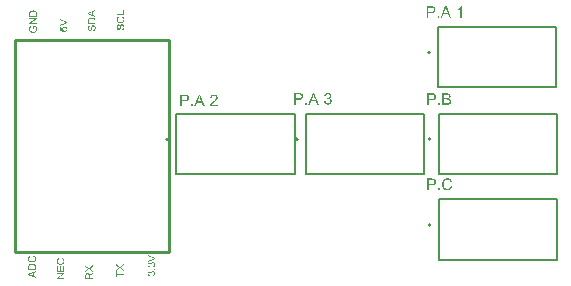
<source format=gto>
G04*
G04 #@! TF.GenerationSoftware,Altium Limited,Altium Designer,23.0.1 (38)*
G04*
G04 Layer_Color=65535*
%FSLAX25Y25*%
%MOIN*%
G70*
G04*
G04 #@! TF.SameCoordinates,774D8BB4-ACF3-4C22-8FF0-7C46817B3CBB*
G04*
G04*
G04 #@! TF.FilePolarity,Positive*
G04*
G01*
G75*
%ADD10C,0.00787*%
%ADD11C,0.00500*%
%ADD12C,0.01000*%
G36*
X392387Y44488D02*
Y44139D01*
X389868Y43163D01*
Y43527D01*
X391699Y44182D01*
X391703D01*
X391710Y44186D01*
X391721Y44189D01*
X391736Y44197D01*
X391757Y44200D01*
X391779Y44208D01*
X391834Y44226D01*
X391896Y44248D01*
X391965Y44269D01*
X392110Y44313D01*
X392107D01*
X392099Y44317D01*
X392089Y44320D01*
X392074Y44324D01*
X392034Y44335D01*
X391979Y44353D01*
X391917Y44371D01*
X391848Y44393D01*
X391776Y44419D01*
X391699Y44448D01*
X389868Y45132D01*
Y45471D01*
X392387Y44488D01*
D02*
G37*
G36*
X391699Y42988D02*
X391728Y42985D01*
X391761Y42977D01*
X391797Y42970D01*
X391837Y42963D01*
X391925Y42934D01*
X391972Y42912D01*
X392016Y42890D01*
X392063Y42861D01*
X392110Y42828D01*
X392158Y42792D01*
X392201Y42748D01*
X392205Y42744D01*
X392212Y42737D01*
X392223Y42722D01*
X392238Y42704D01*
X392256Y42682D01*
X392274Y42653D01*
X392296Y42621D01*
X392314Y42581D01*
X392336Y42540D01*
X392358Y42493D01*
X392376Y42446D01*
X392394Y42391D01*
X392409Y42333D01*
X392420Y42271D01*
X392427Y42209D01*
X392431Y42140D01*
Y42107D01*
X392427Y42085D01*
X392424Y42056D01*
X392420Y42024D01*
X392413Y41987D01*
X392405Y41947D01*
X392383Y41860D01*
X392347Y41769D01*
X392325Y41721D01*
X392300Y41678D01*
X392267Y41634D01*
X392234Y41590D01*
X392231Y41587D01*
X392223Y41580D01*
X392212Y41569D01*
X392198Y41558D01*
X392180Y41539D01*
X392154Y41521D01*
X392129Y41500D01*
X392096Y41478D01*
X392059Y41456D01*
X392023Y41434D01*
X391936Y41394D01*
X391834Y41361D01*
X391779Y41350D01*
X391721Y41343D01*
X391681Y41652D01*
X391685D01*
X391692Y41656D01*
X391706Y41660D01*
X391725Y41663D01*
X391746Y41667D01*
X391772Y41674D01*
X391827Y41692D01*
X391892Y41718D01*
X391954Y41751D01*
X392012Y41787D01*
X392063Y41831D01*
X392067Y41838D01*
X392081Y41853D01*
X392099Y41882D01*
X392118Y41918D01*
X392140Y41962D01*
X392158Y42016D01*
X392172Y42078D01*
X392176Y42144D01*
Y42166D01*
X392172Y42180D01*
X392169Y42220D01*
X392158Y42271D01*
X392140Y42329D01*
X392114Y42391D01*
X392078Y42453D01*
X392027Y42511D01*
X392019Y42519D01*
X391998Y42537D01*
X391965Y42559D01*
X391921Y42588D01*
X391867Y42617D01*
X391805Y42639D01*
X391732Y42657D01*
X391652Y42664D01*
X391648D01*
X391641D01*
X391630D01*
X391615Y42661D01*
X391575Y42657D01*
X391528Y42646D01*
X391470Y42632D01*
X391412Y42606D01*
X391353Y42570D01*
X391299Y42522D01*
X391291Y42515D01*
X391277Y42497D01*
X391255Y42468D01*
X391230Y42428D01*
X391204Y42377D01*
X391182Y42315D01*
X391168Y42246D01*
X391160Y42169D01*
Y42136D01*
X391164Y42111D01*
X391168Y42078D01*
X391175Y42042D01*
X391182Y41998D01*
X391193Y41951D01*
X390920Y41987D01*
Y42005D01*
X390924Y42020D01*
Y42067D01*
X390916Y42107D01*
X390909Y42155D01*
X390898Y42209D01*
X390880Y42271D01*
X390855Y42329D01*
X390822Y42391D01*
Y42395D01*
X390818Y42399D01*
X390804Y42417D01*
X390778Y42442D01*
X390745Y42471D01*
X390698Y42500D01*
X390644Y42526D01*
X390582Y42544D01*
X390545Y42551D01*
X390505D01*
X390502D01*
X390498D01*
X390476D01*
X390447Y42544D01*
X390407Y42537D01*
X390363Y42522D01*
X390316Y42504D01*
X390269Y42475D01*
X390225Y42435D01*
X390221Y42431D01*
X390207Y42413D01*
X390189Y42388D01*
X390167Y42355D01*
X390148Y42311D01*
X390130Y42260D01*
X390116Y42202D01*
X390112Y42136D01*
Y42107D01*
X390119Y42075D01*
X390127Y42031D01*
X390141Y41984D01*
X390159Y41936D01*
X390189Y41885D01*
X390225Y41838D01*
X390229Y41834D01*
X390247Y41820D01*
X390272Y41798D01*
X390309Y41772D01*
X390356Y41747D01*
X390414Y41721D01*
X390483Y41700D01*
X390563Y41685D01*
X390509Y41376D01*
X390505D01*
X390494Y41379D01*
X390480Y41383D01*
X390458Y41387D01*
X390432Y41394D01*
X390403Y41405D01*
X390334Y41427D01*
X390254Y41463D01*
X390174Y41507D01*
X390097Y41561D01*
X390028Y41631D01*
X390025Y41634D01*
X390021Y41641D01*
X390014Y41652D01*
X390003Y41667D01*
X389988Y41685D01*
X389974Y41711D01*
X389959Y41736D01*
X389941Y41769D01*
X389912Y41842D01*
X389883Y41925D01*
X389865Y42024D01*
X389857Y42075D01*
Y42166D01*
X389861Y42206D01*
X389868Y42253D01*
X389879Y42311D01*
X389897Y42377D01*
X389919Y42442D01*
X389948Y42508D01*
Y42511D01*
X389952Y42515D01*
X389963Y42537D01*
X389985Y42570D01*
X390010Y42606D01*
X390047Y42650D01*
X390087Y42693D01*
X390134Y42737D01*
X390189Y42774D01*
X390196Y42777D01*
X390214Y42788D01*
X390247Y42803D01*
X390287Y42821D01*
X390334Y42839D01*
X390389Y42854D01*
X390451Y42865D01*
X390512Y42868D01*
X390520D01*
X390542D01*
X390571Y42865D01*
X390611Y42857D01*
X390658Y42846D01*
X390709Y42828D01*
X390760Y42806D01*
X390811Y42777D01*
X390818Y42774D01*
X390833Y42763D01*
X390858Y42741D01*
X390887Y42712D01*
X390920Y42675D01*
X390957Y42632D01*
X390989Y42581D01*
X391022Y42519D01*
Y42522D01*
X391026Y42530D01*
X391029Y42540D01*
X391033Y42555D01*
X391048Y42595D01*
X391069Y42646D01*
X391098Y42704D01*
X391135Y42763D01*
X391182Y42817D01*
X391237Y42868D01*
X391244Y42872D01*
X391266Y42886D01*
X391302Y42908D01*
X391350Y42930D01*
X391408Y42952D01*
X391477Y42974D01*
X391557Y42988D01*
X391645Y42992D01*
X391648D01*
X391659D01*
X391677D01*
X391699Y42988D01*
D02*
G37*
G36*
X392387Y40535D02*
X392034D01*
Y40888D01*
X392387D01*
Y40535D01*
D02*
G37*
G36*
X391699Y40051D02*
X391728Y40047D01*
X391761Y40040D01*
X391797Y40033D01*
X391837Y40025D01*
X391925Y39996D01*
X391972Y39974D01*
X392016Y39952D01*
X392063Y39923D01*
X392110Y39891D01*
X392158Y39854D01*
X392201Y39810D01*
X392205Y39807D01*
X392212Y39800D01*
X392223Y39785D01*
X392238Y39767D01*
X392256Y39745D01*
X392274Y39716D01*
X392296Y39683D01*
X392314Y39643D01*
X392336Y39603D01*
X392358Y39556D01*
X392376Y39508D01*
X392394Y39454D01*
X392409Y39396D01*
X392420Y39334D01*
X392427Y39272D01*
X392431Y39203D01*
Y39170D01*
X392427Y39148D01*
X392424Y39119D01*
X392420Y39086D01*
X392413Y39050D01*
X392405Y39010D01*
X392383Y38922D01*
X392347Y38831D01*
X392325Y38784D01*
X392300Y38740D01*
X392267Y38697D01*
X392234Y38653D01*
X392231Y38649D01*
X392223Y38642D01*
X392212Y38631D01*
X392198Y38620D01*
X392180Y38602D01*
X392154Y38584D01*
X392129Y38562D01*
X392096Y38540D01*
X392059Y38518D01*
X392023Y38497D01*
X391936Y38456D01*
X391834Y38424D01*
X391779Y38413D01*
X391721Y38405D01*
X391681Y38715D01*
X391685D01*
X391692Y38719D01*
X391706Y38722D01*
X391725Y38726D01*
X391746Y38729D01*
X391772Y38737D01*
X391827Y38755D01*
X391892Y38780D01*
X391954Y38813D01*
X392012Y38850D01*
X392063Y38893D01*
X392067Y38901D01*
X392081Y38915D01*
X392099Y38944D01*
X392118Y38981D01*
X392140Y39024D01*
X392158Y39079D01*
X392172Y39141D01*
X392176Y39206D01*
Y39228D01*
X392172Y39243D01*
X392169Y39283D01*
X392158Y39334D01*
X392140Y39392D01*
X392114Y39454D01*
X392078Y39516D01*
X392027Y39574D01*
X392019Y39581D01*
X391998Y39599D01*
X391965Y39621D01*
X391921Y39650D01*
X391867Y39680D01*
X391805Y39701D01*
X391732Y39720D01*
X391652Y39727D01*
X391648D01*
X391641D01*
X391630D01*
X391615Y39723D01*
X391575Y39720D01*
X391528Y39709D01*
X391470Y39694D01*
X391412Y39669D01*
X391353Y39632D01*
X391299Y39585D01*
X391291Y39578D01*
X391277Y39559D01*
X391255Y39530D01*
X391230Y39490D01*
X391204Y39439D01*
X391182Y39377D01*
X391168Y39308D01*
X391160Y39232D01*
Y39199D01*
X391164Y39173D01*
X391168Y39141D01*
X391175Y39104D01*
X391182Y39061D01*
X391193Y39013D01*
X390920Y39050D01*
Y39068D01*
X390924Y39083D01*
Y39130D01*
X390916Y39170D01*
X390909Y39217D01*
X390898Y39272D01*
X390880Y39334D01*
X390855Y39392D01*
X390822Y39454D01*
Y39457D01*
X390818Y39461D01*
X390804Y39479D01*
X390778Y39505D01*
X390745Y39534D01*
X390698Y39563D01*
X390644Y39588D01*
X390582Y39607D01*
X390545Y39614D01*
X390505D01*
X390502D01*
X390498D01*
X390476D01*
X390447Y39607D01*
X390407Y39599D01*
X390363Y39585D01*
X390316Y39567D01*
X390269Y39538D01*
X390225Y39498D01*
X390221Y39494D01*
X390207Y39476D01*
X390189Y39450D01*
X390167Y39417D01*
X390148Y39374D01*
X390130Y39323D01*
X390116Y39265D01*
X390112Y39199D01*
Y39170D01*
X390119Y39137D01*
X390127Y39093D01*
X390141Y39046D01*
X390159Y38999D01*
X390189Y38948D01*
X390225Y38901D01*
X390229Y38897D01*
X390247Y38882D01*
X390272Y38860D01*
X390309Y38835D01*
X390356Y38809D01*
X390414Y38784D01*
X390483Y38762D01*
X390563Y38748D01*
X390509Y38438D01*
X390505D01*
X390494Y38442D01*
X390480Y38445D01*
X390458Y38449D01*
X390432Y38456D01*
X390403Y38467D01*
X390334Y38489D01*
X390254Y38526D01*
X390174Y38569D01*
X390097Y38624D01*
X390028Y38693D01*
X390025Y38697D01*
X390021Y38704D01*
X390014Y38715D01*
X390003Y38729D01*
X389988Y38748D01*
X389974Y38773D01*
X389959Y38799D01*
X389941Y38831D01*
X389912Y38904D01*
X389883Y38988D01*
X389865Y39086D01*
X389857Y39137D01*
Y39228D01*
X389861Y39268D01*
X389868Y39316D01*
X389879Y39374D01*
X389897Y39439D01*
X389919Y39505D01*
X389948Y39570D01*
Y39574D01*
X389952Y39578D01*
X389963Y39599D01*
X389985Y39632D01*
X390010Y39669D01*
X390047Y39712D01*
X390087Y39756D01*
X390134Y39800D01*
X390189Y39836D01*
X390196Y39840D01*
X390214Y39851D01*
X390247Y39865D01*
X390287Y39883D01*
X390334Y39902D01*
X390389Y39916D01*
X390451Y39927D01*
X390512Y39931D01*
X390520D01*
X390542D01*
X390571Y39927D01*
X390611Y39920D01*
X390658Y39909D01*
X390709Y39891D01*
X390760Y39869D01*
X390811Y39840D01*
X390818Y39836D01*
X390833Y39825D01*
X390858Y39803D01*
X390887Y39774D01*
X390920Y39738D01*
X390957Y39694D01*
X390989Y39643D01*
X391022Y39581D01*
Y39585D01*
X391026Y39592D01*
X391029Y39603D01*
X391033Y39618D01*
X391048Y39658D01*
X391069Y39709D01*
X391098Y39767D01*
X391135Y39825D01*
X391182Y39880D01*
X391237Y39931D01*
X391244Y39934D01*
X391266Y39949D01*
X391302Y39971D01*
X391350Y39992D01*
X391408Y40014D01*
X391477Y40036D01*
X391557Y40051D01*
X391645Y40054D01*
X391648D01*
X391659D01*
X391677D01*
X391699Y40051D01*
D02*
G37*
G36*
X382000Y41978D02*
X381105Y41342D01*
X381101Y41338D01*
X381090Y41331D01*
X381075Y41323D01*
X381057Y41309D01*
X381006Y41276D01*
X380952Y41240D01*
X380955Y41236D01*
X380970Y41225D01*
X380992Y41210D01*
X381021Y41192D01*
X381079Y41152D01*
X381105Y41134D01*
X381126Y41120D01*
X382000Y40483D01*
Y40082D01*
X380697Y41054D01*
X379481Y40195D01*
Y40592D01*
X380129Y41050D01*
X380133D01*
X380136Y41058D01*
X380147Y41065D01*
X380162Y41076D01*
X380198Y41098D01*
X380242Y41130D01*
X380293Y41163D01*
X380344Y41196D01*
X380391Y41225D01*
X380435Y41251D01*
X380428Y41254D01*
X380413Y41265D01*
X380384Y41283D01*
X380347Y41309D01*
X380307Y41338D01*
X380256Y41374D01*
X380205Y41411D01*
X380151Y41454D01*
X379481Y41957D01*
Y42321D01*
X380679Y41447D01*
X382000Y42390D01*
Y41978D01*
D02*
G37*
G36*
X379780Y39165D02*
X382000D01*
Y38830D01*
X379780D01*
Y38000D01*
X379481D01*
Y39995D01*
X379780D01*
Y39165D01*
D02*
G37*
G36*
X371673Y41552D02*
X370778Y40915D01*
X370774Y40911D01*
X370763Y40904D01*
X370749Y40896D01*
X370730Y40882D01*
X370679Y40849D01*
X370625Y40813D01*
X370628Y40809D01*
X370643Y40798D01*
X370665Y40784D01*
X370694Y40766D01*
X370752Y40725D01*
X370778Y40707D01*
X370800Y40693D01*
X371673Y40056D01*
Y39655D01*
X370370Y40627D01*
X369154Y39768D01*
Y40165D01*
X369802Y40624D01*
X369806D01*
X369810Y40631D01*
X369820Y40638D01*
X369835Y40649D01*
X369871Y40671D01*
X369915Y40704D01*
X369966Y40736D01*
X370017Y40769D01*
X370064Y40798D01*
X370108Y40824D01*
X370101Y40827D01*
X370086Y40838D01*
X370057Y40857D01*
X370021Y40882D01*
X369981Y40911D01*
X369930Y40947D01*
X369879Y40984D01*
X369824Y41028D01*
X369154Y41530D01*
Y41894D01*
X370352Y41020D01*
X371673Y41963D01*
Y41552D01*
D02*
G37*
G36*
Y39175D02*
X371149Y38844D01*
X371145D01*
X371138Y38836D01*
X371127Y38829D01*
X371113Y38818D01*
X371073Y38793D01*
X371022Y38760D01*
X370967Y38720D01*
X370909Y38680D01*
X370854Y38640D01*
X370803Y38603D01*
X370800Y38600D01*
X370785Y38589D01*
X370763Y38571D01*
X370738Y38545D01*
X370683Y38491D01*
X370658Y38461D01*
X370636Y38432D01*
X370632Y38429D01*
X370628Y38421D01*
X370621Y38407D01*
X370610Y38385D01*
X370599Y38363D01*
X370588Y38338D01*
X370570Y38279D01*
Y38276D01*
X370567Y38269D01*
Y38254D01*
X370563Y38236D01*
X370559Y38210D01*
Y38181D01*
X370556Y38141D01*
Y37712D01*
X371673D01*
Y37377D01*
X369154D01*
Y38545D01*
X369158Y38574D01*
Y38607D01*
X369162Y38683D01*
X369173Y38763D01*
X369183Y38851D01*
X369202Y38931D01*
X369213Y38971D01*
X369223Y39004D01*
Y39007D01*
X369227Y39011D01*
X369238Y39033D01*
X369253Y39066D01*
X369278Y39106D01*
X369311Y39149D01*
X369355Y39197D01*
X369406Y39240D01*
X369464Y39284D01*
X369467D01*
X369471Y39288D01*
X369493Y39302D01*
X369529Y39317D01*
X369577Y39339D01*
X369631Y39357D01*
X369697Y39375D01*
X369766Y39386D01*
X369842Y39390D01*
X369846D01*
X369853D01*
X369868D01*
X369886Y39386D01*
X369911D01*
X369937Y39382D01*
X369999Y39368D01*
X370072Y39346D01*
X370148Y39317D01*
X370224Y39273D01*
X370261Y39244D01*
X370297Y39215D01*
X370301Y39211D01*
X370305Y39208D01*
X370316Y39197D01*
X370326Y39182D01*
X370341Y39164D01*
X370356Y39142D01*
X370374Y39113D01*
X370396Y39084D01*
X370414Y39047D01*
X370432Y39007D01*
X370454Y38964D01*
X370472Y38916D01*
X370487Y38862D01*
X370505Y38807D01*
X370516Y38745D01*
X370527Y38680D01*
X370530Y38687D01*
X370537Y38702D01*
X370552Y38723D01*
X370567Y38753D01*
X370607Y38818D01*
X370632Y38851D01*
X370654Y38880D01*
X370661Y38887D01*
X370679Y38906D01*
X370709Y38935D01*
X370745Y38971D01*
X370796Y39011D01*
X370851Y39058D01*
X370916Y39106D01*
X370989Y39157D01*
X371673Y39590D01*
Y39175D01*
D02*
G37*
G36*
X361351Y44395D02*
X361372Y44387D01*
X361402Y44376D01*
X361434Y44366D01*
X361474Y44351D01*
X361518Y44333D01*
X361565Y44311D01*
X361667Y44260D01*
X361769Y44194D01*
X361820Y44154D01*
X361871Y44114D01*
X361915Y44071D01*
X361958Y44020D01*
X361962Y44016D01*
X361969Y44009D01*
X361977Y43990D01*
X361991Y43972D01*
X362009Y43943D01*
X362028Y43914D01*
X362046Y43874D01*
X362064Y43834D01*
X362086Y43787D01*
X362104Y43736D01*
X362122Y43681D01*
X362140Y43623D01*
X362155Y43561D01*
X362162Y43496D01*
X362170Y43426D01*
X362173Y43354D01*
Y43314D01*
X362170Y43284D01*
Y43252D01*
X362166Y43212D01*
X362159Y43168D01*
X362151Y43117D01*
X362133Y43011D01*
X362104Y42902D01*
X362064Y42793D01*
X362038Y42742D01*
X362009Y42691D01*
X362006Y42687D01*
X362002Y42680D01*
X361991Y42666D01*
X361977Y42651D01*
X361962Y42629D01*
X361940Y42604D01*
X361915Y42575D01*
X361886Y42546D01*
X361853Y42516D01*
X361820Y42484D01*
X361736Y42418D01*
X361638Y42356D01*
X361529Y42302D01*
X361525D01*
X361514Y42294D01*
X361496Y42291D01*
X361474Y42280D01*
X361445Y42272D01*
X361409Y42261D01*
X361369Y42247D01*
X361325Y42236D01*
X361278Y42225D01*
X361223Y42211D01*
X361110Y42192D01*
X360983Y42178D01*
X360852Y42171D01*
X360848D01*
X360834D01*
X360812D01*
X360786Y42174D01*
X360750D01*
X360714Y42178D01*
X360666Y42182D01*
X360619Y42189D01*
X360513Y42207D01*
X360397Y42232D01*
X360280Y42269D01*
X360168Y42320D01*
X360164Y42323D01*
X360153Y42327D01*
X360138Y42334D01*
X360120Y42349D01*
X360095Y42364D01*
X360066Y42382D01*
X360000Y42429D01*
X359927Y42491D01*
X359855Y42564D01*
X359782Y42647D01*
X359720Y42746D01*
X359716Y42749D01*
X359713Y42760D01*
X359705Y42775D01*
X359694Y42793D01*
X359683Y42822D01*
X359672Y42851D01*
X359658Y42888D01*
X359643Y42928D01*
X359629Y42971D01*
X359614Y43019D01*
X359592Y43121D01*
X359574Y43237D01*
X359567Y43357D01*
Y43394D01*
X359571Y43419D01*
X359574Y43452D01*
X359578Y43492D01*
X359581Y43532D01*
X359592Y43579D01*
X359614Y43677D01*
X359647Y43787D01*
X359669Y43841D01*
X359694Y43892D01*
X359727Y43943D01*
X359760Y43994D01*
X359764Y43998D01*
X359767Y44005D01*
X359778Y44020D01*
X359796Y44038D01*
X359815Y44056D01*
X359840Y44082D01*
X359869Y44107D01*
X359898Y44136D01*
X359935Y44165D01*
X359978Y44194D01*
X360022Y44227D01*
X360069Y44256D01*
X360124Y44282D01*
X360178Y44311D01*
X360237Y44333D01*
X360302Y44355D01*
X360379Y44027D01*
X360375D01*
X360368Y44023D01*
X360353Y44016D01*
X360335Y44009D01*
X360313Y44001D01*
X360284Y43990D01*
X360226Y43961D01*
X360160Y43925D01*
X360095Y43881D01*
X360033Y43827D01*
X359978Y43769D01*
X359971Y43761D01*
X359956Y43739D01*
X359938Y43703D01*
X359913Y43656D01*
X359891Y43594D01*
X359869Y43525D01*
X359855Y43441D01*
X359851Y43350D01*
Y43321D01*
X359855Y43303D01*
Y43277D01*
X359858Y43248D01*
X359869Y43179D01*
X359884Y43102D01*
X359909Y43022D01*
X359946Y42939D01*
X359993Y42862D01*
Y42858D01*
X360000Y42855D01*
X360018Y42829D01*
X360047Y42797D01*
X360091Y42757D01*
X360146Y42709D01*
X360208Y42666D01*
X360284Y42625D01*
X360368Y42589D01*
X360371D01*
X360379Y42586D01*
X360390Y42582D01*
X360408Y42578D01*
X360430Y42571D01*
X360455Y42564D01*
X360517Y42553D01*
X360590Y42538D01*
X360670Y42524D01*
X360757Y42516D01*
X360852Y42513D01*
X360856D01*
X360866D01*
X360885D01*
X360907D01*
X360932Y42516D01*
X360965D01*
X361001Y42520D01*
X361041Y42524D01*
X361128Y42535D01*
X361223Y42553D01*
X361318Y42575D01*
X361412Y42604D01*
X361416D01*
X361423Y42607D01*
X361434Y42615D01*
X361453Y42622D01*
X361496Y42644D01*
X361547Y42676D01*
X361605Y42717D01*
X361667Y42768D01*
X361722Y42826D01*
X361773Y42895D01*
Y42898D01*
X361776Y42906D01*
X361784Y42917D01*
X361791Y42931D01*
X361798Y42950D01*
X361809Y42971D01*
X361831Y43022D01*
X361853Y43088D01*
X361871Y43161D01*
X361886Y43241D01*
X361889Y43324D01*
Y43350D01*
X361886Y43372D01*
Y43397D01*
X361882Y43423D01*
X361867Y43488D01*
X361849Y43565D01*
X361820Y43641D01*
X361780Y43721D01*
X361758Y43761D01*
X361729Y43798D01*
X361725Y43801D01*
X361722Y43805D01*
X361711Y43816D01*
X361700Y43830D01*
X361682Y43845D01*
X361660Y43863D01*
X361638Y43885D01*
X361609Y43903D01*
X361576Y43925D01*
X361540Y43951D01*
X361503Y43972D01*
X361460Y43994D01*
X361412Y44012D01*
X361362Y44031D01*
X361307Y44049D01*
X361249Y44063D01*
X361332Y44398D01*
X361336D01*
X361351Y44395D01*
D02*
G37*
G36*
X362129Y39925D02*
X359611D01*
Y41748D01*
X359909D01*
Y40260D01*
X360677D01*
Y41654D01*
X360976D01*
Y40260D01*
X361831D01*
Y41807D01*
X362129D01*
Y39925D01*
D02*
G37*
G36*
Y39015D02*
X360153Y37697D01*
X362129D01*
Y37377D01*
X359611D01*
Y37719D01*
X361591Y39040D01*
X359611D01*
Y39360D01*
X362129D01*
Y39015D01*
D02*
G37*
G36*
X351851Y45168D02*
X351872Y45160D01*
X351902Y45149D01*
X351934Y45138D01*
X351974Y45124D01*
X352018Y45106D01*
X352065Y45084D01*
X352167Y45033D01*
X352269Y44967D01*
X352320Y44927D01*
X352371Y44887D01*
X352415Y44844D01*
X352458Y44793D01*
X352462Y44789D01*
X352469Y44782D01*
X352477Y44763D01*
X352491Y44745D01*
X352509Y44716D01*
X352528Y44687D01*
X352546Y44647D01*
X352564Y44607D01*
X352586Y44560D01*
X352604Y44509D01*
X352622Y44454D01*
X352640Y44396D01*
X352655Y44334D01*
X352662Y44269D01*
X352670Y44199D01*
X352673Y44126D01*
Y44087D01*
X352670Y44057D01*
Y44025D01*
X352666Y43985D01*
X352659Y43941D01*
X352651Y43890D01*
X352633Y43784D01*
X352604Y43675D01*
X352564Y43566D01*
X352538Y43515D01*
X352509Y43464D01*
X352506Y43460D01*
X352502Y43453D01*
X352491Y43439D01*
X352477Y43424D01*
X352462Y43402D01*
X352440Y43377D01*
X352415Y43348D01*
X352386Y43319D01*
X352353Y43289D01*
X352320Y43257D01*
X352236Y43191D01*
X352138Y43129D01*
X352029Y43075D01*
X352025D01*
X352014Y43067D01*
X351996Y43064D01*
X351974Y43053D01*
X351945Y43045D01*
X351909Y43034D01*
X351869Y43020D01*
X351825Y43009D01*
X351778Y42998D01*
X351723Y42984D01*
X351610Y42965D01*
X351483Y42951D01*
X351352Y42944D01*
X351348D01*
X351334D01*
X351312D01*
X351286Y42947D01*
X351250D01*
X351214Y42951D01*
X351166Y42954D01*
X351119Y42962D01*
X351013Y42980D01*
X350897Y43005D01*
X350780Y43042D01*
X350668Y43093D01*
X350664Y43096D01*
X350653Y43100D01*
X350638Y43107D01*
X350620Y43122D01*
X350595Y43137D01*
X350566Y43155D01*
X350500Y43202D01*
X350427Y43264D01*
X350355Y43337D01*
X350282Y43420D01*
X350220Y43519D01*
X350216Y43522D01*
X350213Y43533D01*
X350205Y43548D01*
X350194Y43566D01*
X350183Y43595D01*
X350172Y43624D01*
X350158Y43661D01*
X350143Y43701D01*
X350129Y43744D01*
X350114Y43792D01*
X350092Y43894D01*
X350074Y44010D01*
X350067Y44130D01*
Y44167D01*
X350071Y44192D01*
X350074Y44225D01*
X350078Y44265D01*
X350081Y44305D01*
X350092Y44352D01*
X350114Y44451D01*
X350147Y44560D01*
X350169Y44614D01*
X350194Y44665D01*
X350227Y44716D01*
X350260Y44767D01*
X350264Y44771D01*
X350267Y44778D01*
X350278Y44793D01*
X350296Y44811D01*
X350314Y44829D01*
X350340Y44855D01*
X350369Y44880D01*
X350398Y44909D01*
X350435Y44938D01*
X350478Y44967D01*
X350522Y45000D01*
X350569Y45029D01*
X350624Y45055D01*
X350678Y45084D01*
X350737Y45106D01*
X350802Y45127D01*
X350879Y44800D01*
X350875D01*
X350868Y44796D01*
X350853Y44789D01*
X350835Y44782D01*
X350813Y44774D01*
X350784Y44763D01*
X350726Y44734D01*
X350660Y44698D01*
X350595Y44654D01*
X350533Y44600D01*
X350478Y44541D01*
X350471Y44534D01*
X350456Y44512D01*
X350438Y44476D01*
X350413Y44429D01*
X350391Y44367D01*
X350369Y44298D01*
X350355Y44214D01*
X350351Y44123D01*
Y44094D01*
X350355Y44076D01*
Y44050D01*
X350358Y44021D01*
X350369Y43952D01*
X350384Y43875D01*
X350409Y43795D01*
X350446Y43712D01*
X350493Y43635D01*
Y43632D01*
X350500Y43628D01*
X350518Y43602D01*
X350547Y43570D01*
X350591Y43530D01*
X350646Y43482D01*
X350708Y43439D01*
X350784Y43398D01*
X350868Y43362D01*
X350871D01*
X350879Y43358D01*
X350890Y43355D01*
X350908Y43351D01*
X350930Y43344D01*
X350955Y43337D01*
X351017Y43326D01*
X351090Y43311D01*
X351170Y43297D01*
X351257Y43289D01*
X351352Y43286D01*
X351356D01*
X351366D01*
X351385D01*
X351407D01*
X351432Y43289D01*
X351465D01*
X351501Y43293D01*
X351541Y43297D01*
X351628Y43308D01*
X351723Y43326D01*
X351818Y43348D01*
X351912Y43377D01*
X351916D01*
X351923Y43380D01*
X351934Y43388D01*
X351953Y43395D01*
X351996Y43417D01*
X352047Y43450D01*
X352105Y43490D01*
X352167Y43540D01*
X352222Y43599D01*
X352273Y43668D01*
Y43672D01*
X352276Y43679D01*
X352284Y43690D01*
X352291Y43704D01*
X352298Y43723D01*
X352309Y43744D01*
X352331Y43795D01*
X352353Y43861D01*
X352371Y43934D01*
X352386Y44014D01*
X352389Y44097D01*
Y44123D01*
X352386Y44145D01*
Y44170D01*
X352382Y44196D01*
X352367Y44261D01*
X352349Y44338D01*
X352320Y44414D01*
X352280Y44494D01*
X352258Y44534D01*
X352229Y44571D01*
X352225Y44574D01*
X352222Y44578D01*
X352211Y44589D01*
X352200Y44603D01*
X352182Y44618D01*
X352160Y44636D01*
X352138Y44658D01*
X352109Y44676D01*
X352076Y44698D01*
X352040Y44723D01*
X352003Y44745D01*
X351960Y44767D01*
X351912Y44785D01*
X351862Y44804D01*
X351807Y44822D01*
X351749Y44836D01*
X351832Y45171D01*
X351836D01*
X351851Y45168D01*
D02*
G37*
G36*
X351432Y42579D02*
X351461D01*
X351530Y42576D01*
X351610Y42565D01*
X351694Y42554D01*
X351781Y42536D01*
X351869Y42514D01*
X351872D01*
X351880Y42510D01*
X351891Y42507D01*
X351905Y42503D01*
X351945Y42489D01*
X351996Y42467D01*
X352054Y42445D01*
X352113Y42416D01*
X352174Y42379D01*
X352233Y42343D01*
X352240Y42339D01*
X352258Y42325D01*
X352284Y42303D01*
X352316Y42274D01*
X352353Y42241D01*
X352389Y42201D01*
X352429Y42161D01*
X352462Y42114D01*
X352466Y42106D01*
X352477Y42092D01*
X352491Y42066D01*
X352509Y42030D01*
X352531Y41986D01*
X352549Y41935D01*
X352571Y41877D01*
X352590Y41811D01*
Y41804D01*
X352593Y41793D01*
X352597Y41782D01*
X352600Y41746D01*
X352608Y41695D01*
X352615Y41637D01*
X352622Y41568D01*
X352626Y41491D01*
X352629Y41407D01*
Y40501D01*
X350111D01*
Y41469D01*
X350114Y41535D01*
X350118Y41608D01*
X350125Y41680D01*
X350136Y41753D01*
X350147Y41815D01*
Y41819D01*
X350151Y41826D01*
Y41837D01*
X350158Y41851D01*
X350169Y41892D01*
X350187Y41943D01*
X350213Y42001D01*
X350245Y42063D01*
X350282Y42125D01*
X350329Y42183D01*
X350333Y42186D01*
X350336Y42190D01*
X350347Y42201D01*
X350358Y42215D01*
X350395Y42252D01*
X350446Y42296D01*
X350507Y42343D01*
X350580Y42394D01*
X350664Y42441D01*
X350759Y42481D01*
X350762D01*
X350769Y42485D01*
X350784Y42492D01*
X350806Y42496D01*
X350831Y42507D01*
X350861Y42514D01*
X350893Y42521D01*
X350933Y42532D01*
X350973Y42543D01*
X351021Y42550D01*
X351123Y42569D01*
X351235Y42579D01*
X351359Y42583D01*
X351363D01*
X351370D01*
X351388D01*
X351407D01*
X351432Y42579D01*
D02*
G37*
G36*
X352629Y39853D02*
X351865Y39558D01*
Y38503D01*
X352629Y38230D01*
Y37877D01*
X350111Y38838D01*
Y39202D01*
X352629Y40232D01*
Y39853D01*
D02*
G37*
G36*
X382130Y125364D02*
X379611D01*
Y125698D01*
X381831D01*
Y126940D01*
X382130D01*
Y125364D01*
D02*
G37*
G36*
X381351Y124963D02*
X381372Y124956D01*
X381401Y124945D01*
X381434Y124934D01*
X381474Y124919D01*
X381518Y124901D01*
X381565Y124879D01*
X381667Y124828D01*
X381769Y124763D01*
X381820Y124723D01*
X381871Y124683D01*
X381915Y124639D01*
X381958Y124588D01*
X381962Y124584D01*
X381969Y124577D01*
X381977Y124559D01*
X381991Y124541D01*
X382009Y124512D01*
X382028Y124483D01*
X382046Y124443D01*
X382064Y124402D01*
X382086Y124355D01*
X382104Y124304D01*
X382122Y124250D01*
X382140Y124191D01*
X382155Y124129D01*
X382162Y124064D01*
X382170Y123995D01*
X382173Y123922D01*
Y123882D01*
X382170Y123853D01*
Y123820D01*
X382166Y123780D01*
X382159Y123736D01*
X382151Y123685D01*
X382133Y123580D01*
X382104Y123471D01*
X382064Y123362D01*
X382038Y123310D01*
X382009Y123259D01*
X382006Y123256D01*
X382002Y123249D01*
X381991Y123234D01*
X381977Y123220D01*
X381962Y123198D01*
X381940Y123172D01*
X381915Y123143D01*
X381886Y123114D01*
X381853Y123085D01*
X381820Y123052D01*
X381736Y122986D01*
X381638Y122925D01*
X381529Y122870D01*
X381525D01*
X381514Y122863D01*
X381496Y122859D01*
X381474Y122848D01*
X381445Y122841D01*
X381409Y122830D01*
X381369Y122816D01*
X381325Y122804D01*
X381278Y122794D01*
X381223Y122779D01*
X381110Y122761D01*
X380983Y122746D01*
X380852Y122739D01*
X380848D01*
X380834D01*
X380812D01*
X380786Y122743D01*
X380750D01*
X380714Y122746D01*
X380666Y122750D01*
X380619Y122757D01*
X380513Y122775D01*
X380397Y122801D01*
X380280Y122837D01*
X380168Y122888D01*
X380164Y122892D01*
X380153Y122896D01*
X380138Y122903D01*
X380120Y122917D01*
X380095Y122932D01*
X380066Y122950D01*
X380000Y122997D01*
X379927Y123059D01*
X379854Y123132D01*
X379782Y123216D01*
X379720Y123314D01*
X379716Y123318D01*
X379713Y123329D01*
X379705Y123343D01*
X379694Y123362D01*
X379683Y123391D01*
X379673Y123420D01*
X379658Y123456D01*
X379643Y123496D01*
X379629Y123540D01*
X379614Y123587D01*
X379592Y123689D01*
X379574Y123805D01*
X379567Y123926D01*
Y123962D01*
X379571Y123987D01*
X379574Y124020D01*
X379578Y124060D01*
X379581Y124100D01*
X379592Y124148D01*
X379614Y124246D01*
X379647Y124355D01*
X379669Y124410D01*
X379694Y124461D01*
X379727Y124512D01*
X379760Y124563D01*
X379764Y124566D01*
X379767Y124574D01*
X379778Y124588D01*
X379796Y124606D01*
X379815Y124625D01*
X379840Y124650D01*
X379869Y124676D01*
X379898Y124705D01*
X379935Y124734D01*
X379978Y124763D01*
X380022Y124796D01*
X380069Y124825D01*
X380124Y124850D01*
X380178Y124879D01*
X380237Y124901D01*
X380302Y124923D01*
X380379Y124595D01*
X380375D01*
X380368Y124592D01*
X380353Y124584D01*
X380335Y124577D01*
X380313Y124570D01*
X380284Y124559D01*
X380226Y124530D01*
X380160Y124494D01*
X380095Y124450D01*
X380033Y124395D01*
X379978Y124337D01*
X379971Y124330D01*
X379956Y124308D01*
X379938Y124272D01*
X379913Y124224D01*
X379891Y124162D01*
X379869Y124093D01*
X379854Y124009D01*
X379851Y123918D01*
Y123889D01*
X379854Y123871D01*
Y123846D01*
X379858Y123817D01*
X379869Y123747D01*
X379884Y123671D01*
X379909Y123591D01*
X379945Y123507D01*
X379993Y123431D01*
Y123427D01*
X380000Y123423D01*
X380018Y123398D01*
X380047Y123365D01*
X380091Y123325D01*
X380146Y123278D01*
X380208Y123234D01*
X380284Y123194D01*
X380368Y123158D01*
X380371D01*
X380379Y123154D01*
X380390Y123150D01*
X380408Y123147D01*
X380430Y123139D01*
X380455Y123132D01*
X380517Y123121D01*
X380590Y123107D01*
X380670Y123092D01*
X380757Y123085D01*
X380852Y123081D01*
X380855D01*
X380866D01*
X380885D01*
X380907D01*
X380932Y123085D01*
X380965D01*
X381001Y123089D01*
X381041Y123092D01*
X381129Y123103D01*
X381223Y123121D01*
X381318Y123143D01*
X381412Y123172D01*
X381416D01*
X381423Y123176D01*
X381434Y123183D01*
X381452Y123190D01*
X381496Y123212D01*
X381547Y123245D01*
X381605Y123285D01*
X381667Y123336D01*
X381722Y123394D01*
X381773Y123463D01*
Y123467D01*
X381776Y123474D01*
X381784Y123485D01*
X381791Y123500D01*
X381798Y123518D01*
X381809Y123540D01*
X381831Y123591D01*
X381853Y123656D01*
X381871Y123729D01*
X381886Y123809D01*
X381889Y123893D01*
Y123918D01*
X381886Y123940D01*
Y123966D01*
X381882Y123991D01*
X381867Y124057D01*
X381849Y124133D01*
X381820Y124210D01*
X381780Y124290D01*
X381758Y124330D01*
X381729Y124366D01*
X381726Y124370D01*
X381722Y124373D01*
X381711Y124384D01*
X381700Y124399D01*
X381682Y124413D01*
X381660Y124432D01*
X381638Y124453D01*
X381609Y124472D01*
X381576Y124494D01*
X381540Y124519D01*
X381503Y124541D01*
X381460Y124563D01*
X381412Y124581D01*
X381362Y124599D01*
X381307Y124617D01*
X381249Y124632D01*
X381332Y124967D01*
X381336D01*
X381351Y124963D01*
D02*
G37*
G36*
X381496Y122371D02*
X381547Y122364D01*
X381605Y122350D01*
X381667Y122331D01*
X381733Y122302D01*
X381802Y122262D01*
X381806D01*
X381809Y122258D01*
X381831Y122240D01*
X381864Y122215D01*
X381900Y122178D01*
X381944Y122131D01*
X381991Y122073D01*
X382035Y122007D01*
X382075Y121931D01*
Y121927D01*
X382079Y121920D01*
X382082Y121909D01*
X382089Y121895D01*
X382097Y121873D01*
X382108Y121847D01*
X382122Y121789D01*
X382140Y121720D01*
X382159Y121636D01*
X382170Y121545D01*
X382173Y121447D01*
Y121389D01*
X382170Y121360D01*
Y121327D01*
X382166Y121290D01*
X382162Y121247D01*
X382148Y121156D01*
X382133Y121061D01*
X382108Y120966D01*
X382075Y120875D01*
Y120872D01*
X382071Y120864D01*
X382064Y120853D01*
X382057Y120839D01*
X382035Y120795D01*
X382002Y120744D01*
X381958Y120686D01*
X381908Y120624D01*
X381846Y120566D01*
X381776Y120511D01*
X381773D01*
X381766Y120504D01*
X381755Y120500D01*
X381740Y120490D01*
X381722Y120482D01*
X381700Y120471D01*
X381645Y120446D01*
X381576Y120420D01*
X381500Y120398D01*
X381412Y120384D01*
X381321Y120377D01*
X381292Y120690D01*
X381296D01*
X381300D01*
X381311Y120693D01*
X381325D01*
X381358Y120701D01*
X381405Y120712D01*
X381452Y120726D01*
X381507Y120741D01*
X381558Y120766D01*
X381605Y120792D01*
X381609Y120795D01*
X381624Y120806D01*
X381649Y120824D01*
X381675Y120853D01*
X381707Y120890D01*
X381740Y120930D01*
X381773Y120984D01*
X381802Y121043D01*
Y121046D01*
X381806Y121050D01*
X381809Y121061D01*
X381813Y121072D01*
X381824Y121108D01*
X381838Y121156D01*
X381853Y121214D01*
X381864Y121279D01*
X381871Y121352D01*
X381875Y121432D01*
Y121465D01*
X381871Y121501D01*
X381867Y121545D01*
X381860Y121596D01*
X381853Y121654D01*
X381838Y121713D01*
X381820Y121767D01*
X381817Y121774D01*
X381809Y121793D01*
X381795Y121818D01*
X381780Y121851D01*
X381755Y121884D01*
X381729Y121920D01*
X381700Y121956D01*
X381664Y121985D01*
X381660Y121989D01*
X381645Y121996D01*
X381627Y122007D01*
X381598Y122022D01*
X381569Y122037D01*
X381533Y122047D01*
X381492Y122055D01*
X381449Y122058D01*
X381445D01*
X381427D01*
X381405Y122055D01*
X381376Y122051D01*
X381347Y122040D01*
X381311Y122029D01*
X381274Y122011D01*
X381241Y121985D01*
X381238Y121982D01*
X381227Y121971D01*
X381212Y121956D01*
X381190Y121931D01*
X381169Y121902D01*
X381143Y121862D01*
X381118Y121815D01*
X381096Y121760D01*
X381092Y121756D01*
X381088Y121738D01*
X381078Y121709D01*
X381074Y121691D01*
X381067Y121665D01*
X381056Y121640D01*
X381048Y121607D01*
X381037Y121571D01*
X381027Y121527D01*
X381016Y121483D01*
X381001Y121432D01*
X380987Y121374D01*
X380972Y121312D01*
Y121309D01*
X380968Y121298D01*
X380965Y121279D01*
X380957Y121257D01*
X380950Y121228D01*
X380943Y121196D01*
X380921Y121123D01*
X380896Y121043D01*
X380870Y120959D01*
X380845Y120886D01*
X380830Y120853D01*
X380816Y120824D01*
Y120821D01*
X380812Y120817D01*
X380797Y120795D01*
X380779Y120763D01*
X380750Y120726D01*
X380717Y120682D01*
X380677Y120639D01*
X380630Y120595D01*
X380579Y120559D01*
X380572Y120555D01*
X380553Y120544D01*
X380524Y120529D01*
X380488Y120515D01*
X380441Y120500D01*
X380386Y120486D01*
X380328Y120475D01*
X380266Y120471D01*
X380262D01*
X380259D01*
X380248D01*
X380233D01*
X380197Y120479D01*
X380149Y120486D01*
X380095Y120497D01*
X380033Y120515D01*
X379971Y120540D01*
X379909Y120577D01*
X379906D01*
X379902Y120580D01*
X379880Y120599D01*
X379851Y120624D01*
X379815Y120657D01*
X379774Y120701D01*
X379731Y120755D01*
X379691Y120821D01*
X379654Y120894D01*
Y120897D01*
X379651Y120905D01*
X379647Y120915D01*
X379640Y120930D01*
X379632Y120948D01*
X379625Y120974D01*
X379611Y121028D01*
X379596Y121097D01*
X379581Y121177D01*
X379571Y121261D01*
X379567Y121356D01*
Y121403D01*
X379571Y121429D01*
Y121454D01*
X379578Y121523D01*
X379589Y121600D01*
X379607Y121680D01*
X379629Y121767D01*
X379658Y121847D01*
Y121851D01*
X379662Y121858D01*
X379669Y121869D01*
X379676Y121884D01*
X379694Y121920D01*
X379727Y121967D01*
X379764Y122022D01*
X379811Y122076D01*
X379865Y122127D01*
X379927Y122175D01*
X379931D01*
X379935Y122178D01*
X379945Y122186D01*
X379956Y122193D01*
X379993Y122211D01*
X380040Y122233D01*
X380098Y122258D01*
X380168Y122277D01*
X380240Y122295D01*
X380320Y122302D01*
X380346Y121982D01*
X380342D01*
X380335D01*
X380324Y121978D01*
X380306Y121975D01*
X380266Y121964D01*
X380211Y121949D01*
X380153Y121927D01*
X380095Y121895D01*
X380040Y121854D01*
X379989Y121803D01*
X379986Y121796D01*
X379971Y121778D01*
X379949Y121742D01*
X379927Y121694D01*
X379906Y121633D01*
X379884Y121560D01*
X379869Y121469D01*
X379865Y121367D01*
Y121316D01*
X379869Y121294D01*
X379873Y121265D01*
X379880Y121199D01*
X379895Y121126D01*
X379913Y121054D01*
X379942Y120984D01*
X379960Y120955D01*
X379978Y120926D01*
X379982Y120919D01*
X379996Y120905D01*
X380022Y120883D01*
X380051Y120861D01*
X380091Y120835D01*
X380135Y120814D01*
X380186Y120799D01*
X380244Y120792D01*
X380251D01*
X380266D01*
X380291Y120795D01*
X380320Y120802D01*
X380357Y120814D01*
X380393Y120832D01*
X380430Y120853D01*
X380466Y120886D01*
X380470Y120890D01*
X380481Y120908D01*
X380491Y120923D01*
X380499Y120937D01*
X380510Y120959D01*
X380524Y120984D01*
X380535Y121017D01*
X380550Y121054D01*
X380564Y121094D01*
X380582Y121141D01*
X380597Y121192D01*
X380615Y121250D01*
X380630Y121316D01*
X380648Y121389D01*
Y121392D01*
X380652Y121407D01*
X380655Y121429D01*
X380663Y121454D01*
X380670Y121487D01*
X380681Y121527D01*
X380692Y121567D01*
X380703Y121611D01*
X380728Y121705D01*
X380754Y121796D01*
X380768Y121840D01*
X380783Y121880D01*
X380794Y121916D01*
X380808Y121946D01*
Y121949D01*
X380812Y121956D01*
X380819Y121967D01*
X380826Y121982D01*
X380848Y122022D01*
X380877Y122069D01*
X380917Y122124D01*
X380961Y122178D01*
X381012Y122229D01*
X381067Y122273D01*
X381074Y122277D01*
X381092Y122291D01*
X381125Y122306D01*
X381169Y122328D01*
X381220Y122346D01*
X381281Y122364D01*
X381351Y122375D01*
X381423Y122379D01*
X381427D01*
X381431D01*
X381442D01*
X381456D01*
X381496Y122371D01*
D02*
G37*
G36*
X372517Y126737D02*
X371752Y126442D01*
Y125387D01*
X372517Y125114D01*
Y124761D01*
X369998Y125722D01*
Y126086D01*
X372517Y127116D01*
Y126737D01*
D02*
G37*
G36*
X371319Y124575D02*
X371348D01*
X371417Y124571D01*
X371498Y124560D01*
X371581Y124549D01*
X371669Y124531D01*
X371756Y124510D01*
X371760D01*
X371767Y124506D01*
X371778Y124502D01*
X371792Y124498D01*
X371832Y124484D01*
X371883Y124462D01*
X371942Y124440D01*
X372000Y124411D01*
X372062Y124375D01*
X372120Y124338D01*
X372127Y124335D01*
X372145Y124320D01*
X372171Y124298D01*
X372204Y124269D01*
X372240Y124237D01*
X372276Y124196D01*
X372317Y124156D01*
X372349Y124109D01*
X372353Y124102D01*
X372364Y124087D01*
X372378Y124062D01*
X372397Y124025D01*
X372418Y123982D01*
X372437Y123931D01*
X372459Y123872D01*
X372477Y123807D01*
Y123800D01*
X372480Y123789D01*
X372484Y123778D01*
X372488Y123741D01*
X372495Y123690D01*
X372502Y123632D01*
X372509Y123563D01*
X372513Y123487D01*
X372517Y123403D01*
Y122496D01*
X369998D01*
Y123465D01*
X370002Y123530D01*
X370005Y123603D01*
X370012Y123676D01*
X370023Y123749D01*
X370034Y123811D01*
Y123814D01*
X370038Y123821D01*
Y123832D01*
X370045Y123847D01*
X370056Y123887D01*
X370074Y123938D01*
X370100Y123996D01*
X370132Y124058D01*
X370169Y124120D01*
X370216Y124178D01*
X370220Y124182D01*
X370223Y124186D01*
X370234Y124196D01*
X370245Y124211D01*
X370282Y124247D01*
X370333Y124291D01*
X370395Y124338D01*
X370467Y124389D01*
X370551Y124437D01*
X370646Y124477D01*
X370649D01*
X370657Y124480D01*
X370671Y124488D01*
X370693Y124491D01*
X370719Y124502D01*
X370748Y124510D01*
X370780Y124517D01*
X370820Y124528D01*
X370861Y124539D01*
X370908Y124546D01*
X371010Y124564D01*
X371123Y124575D01*
X371246Y124579D01*
X371250D01*
X371257D01*
X371275D01*
X371294D01*
X371319Y124575D01*
D02*
G37*
G36*
X371883Y122031D02*
X371934Y122023D01*
X371993Y122009D01*
X372054Y121991D01*
X372120Y121961D01*
X372189Y121921D01*
X372193D01*
X372196Y121918D01*
X372218Y121900D01*
X372251Y121874D01*
X372287Y121838D01*
X372331Y121790D01*
X372378Y121732D01*
X372422Y121667D01*
X372462Y121590D01*
Y121587D01*
X372466Y121579D01*
X372469Y121568D01*
X372477Y121554D01*
X372484Y121532D01*
X372495Y121507D01*
X372509Y121448D01*
X372528Y121379D01*
X372546Y121295D01*
X372557Y121204D01*
X372560Y121106D01*
Y121048D01*
X372557Y121019D01*
Y120986D01*
X372553Y120949D01*
X372550Y120906D01*
X372535Y120815D01*
X372520Y120720D01*
X372495Y120626D01*
X372462Y120535D01*
Y120531D01*
X372459Y120524D01*
X372451Y120513D01*
X372444Y120498D01*
X372422Y120455D01*
X372389Y120404D01*
X372346Y120345D01*
X372295Y120283D01*
X372233Y120225D01*
X372164Y120171D01*
X372160D01*
X372153Y120163D01*
X372142Y120160D01*
X372127Y120149D01*
X372109Y120141D01*
X372087Y120131D01*
X372033Y120105D01*
X371963Y120080D01*
X371887Y120058D01*
X371800Y120043D01*
X371709Y120036D01*
X371679Y120349D01*
X371683D01*
X371687D01*
X371698Y120353D01*
X371712D01*
X371745Y120360D01*
X371792Y120371D01*
X371840Y120385D01*
X371894Y120400D01*
X371945Y120425D01*
X371993Y120451D01*
X371996Y120455D01*
X372011Y120465D01*
X372036Y120484D01*
X372062Y120513D01*
X372094Y120549D01*
X372127Y120589D01*
X372160Y120644D01*
X372189Y120702D01*
Y120706D01*
X372193Y120709D01*
X372196Y120720D01*
X372200Y120731D01*
X372211Y120767D01*
X372225Y120815D01*
X372240Y120873D01*
X372251Y120939D01*
X372258Y121011D01*
X372262Y121091D01*
Y121124D01*
X372258Y121161D01*
X372255Y121204D01*
X372247Y121255D01*
X372240Y121314D01*
X372225Y121372D01*
X372207Y121426D01*
X372204Y121434D01*
X372196Y121452D01*
X372182Y121477D01*
X372167Y121510D01*
X372142Y121543D01*
X372116Y121579D01*
X372087Y121616D01*
X372051Y121645D01*
X372047Y121648D01*
X372033Y121656D01*
X372014Y121667D01*
X371985Y121681D01*
X371956Y121696D01*
X371920Y121707D01*
X371880Y121714D01*
X371836Y121718D01*
X371832D01*
X371814D01*
X371792Y121714D01*
X371763Y121710D01*
X371734Y121699D01*
X371698Y121688D01*
X371661Y121670D01*
X371629Y121645D01*
X371625Y121641D01*
X371614Y121630D01*
X371599Y121616D01*
X371578Y121590D01*
X371556Y121561D01*
X371530Y121521D01*
X371505Y121474D01*
X371483Y121419D01*
X371479Y121415D01*
X371476Y121397D01*
X371465Y121368D01*
X371461Y121350D01*
X371454Y121325D01*
X371443Y121299D01*
X371436Y121266D01*
X371425Y121230D01*
X371414Y121186D01*
X371403Y121142D01*
X371388Y121091D01*
X371374Y121033D01*
X371359Y120971D01*
Y120968D01*
X371356Y120957D01*
X371352Y120939D01*
X371345Y120917D01*
X371337Y120888D01*
X371330Y120855D01*
X371308Y120782D01*
X371283Y120702D01*
X371257Y120618D01*
X371232Y120545D01*
X371217Y120513D01*
X371203Y120484D01*
Y120480D01*
X371199Y120476D01*
X371184Y120455D01*
X371166Y120422D01*
X371137Y120385D01*
X371104Y120342D01*
X371064Y120298D01*
X371017Y120254D01*
X370966Y120218D01*
X370959Y120214D01*
X370941Y120203D01*
X370912Y120189D01*
X370875Y120174D01*
X370828Y120160D01*
X370773Y120145D01*
X370715Y120134D01*
X370653Y120131D01*
X370649D01*
X370646D01*
X370635D01*
X370620D01*
X370584Y120138D01*
X370537Y120145D01*
X370482Y120156D01*
X370420Y120174D01*
X370358Y120200D01*
X370296Y120236D01*
X370293D01*
X370289Y120240D01*
X370267Y120258D01*
X370238Y120283D01*
X370202Y120316D01*
X370162Y120360D01*
X370118Y120414D01*
X370078Y120480D01*
X370041Y120553D01*
Y120556D01*
X370038Y120564D01*
X370034Y120575D01*
X370027Y120589D01*
X370020Y120607D01*
X370012Y120633D01*
X369998Y120687D01*
X369983Y120757D01*
X369969Y120837D01*
X369958Y120920D01*
X369954Y121015D01*
Y121062D01*
X369958Y121088D01*
Y121113D01*
X369965Y121183D01*
X369976Y121259D01*
X369994Y121339D01*
X370016Y121426D01*
X370045Y121507D01*
Y121510D01*
X370049Y121517D01*
X370056Y121528D01*
X370063Y121543D01*
X370082Y121579D01*
X370114Y121627D01*
X370151Y121681D01*
X370198Y121736D01*
X370253Y121787D01*
X370315Y121834D01*
X370318D01*
X370322Y121838D01*
X370333Y121845D01*
X370344Y121852D01*
X370380Y121871D01*
X370427Y121892D01*
X370486Y121918D01*
X370555Y121936D01*
X370628Y121954D01*
X370708Y121961D01*
X370733Y121641D01*
X370729D01*
X370722D01*
X370711Y121637D01*
X370693Y121634D01*
X370653Y121623D01*
X370598Y121608D01*
X370540Y121587D01*
X370482Y121554D01*
X370427Y121514D01*
X370376Y121463D01*
X370373Y121456D01*
X370358Y121437D01*
X370336Y121401D01*
X370315Y121354D01*
X370293Y121292D01*
X370271Y121219D01*
X370256Y121128D01*
X370253Y121026D01*
Y120975D01*
X370256Y120953D01*
X370260Y120924D01*
X370267Y120859D01*
X370282Y120786D01*
X370300Y120713D01*
X370329Y120644D01*
X370347Y120615D01*
X370366Y120586D01*
X370369Y120578D01*
X370384Y120564D01*
X370409Y120542D01*
X370438Y120520D01*
X370478Y120494D01*
X370522Y120473D01*
X370573Y120458D01*
X370631Y120451D01*
X370638D01*
X370653D01*
X370678Y120455D01*
X370708Y120462D01*
X370744Y120473D01*
X370780Y120491D01*
X370817Y120513D01*
X370853Y120545D01*
X370857Y120549D01*
X370868Y120567D01*
X370879Y120582D01*
X370886Y120597D01*
X370897Y120618D01*
X370912Y120644D01*
X370922Y120677D01*
X370937Y120713D01*
X370952Y120753D01*
X370970Y120800D01*
X370984Y120851D01*
X371003Y120910D01*
X371017Y120975D01*
X371035Y121048D01*
Y121052D01*
X371039Y121066D01*
X371042Y121088D01*
X371050Y121113D01*
X371057Y121146D01*
X371068Y121186D01*
X371079Y121226D01*
X371090Y121270D01*
X371115Y121364D01*
X371141Y121456D01*
X371155Y121499D01*
X371170Y121539D01*
X371181Y121576D01*
X371195Y121605D01*
Y121608D01*
X371199Y121616D01*
X371206Y121627D01*
X371214Y121641D01*
X371235Y121681D01*
X371265Y121729D01*
X371305Y121783D01*
X371348Y121838D01*
X371399Y121889D01*
X371454Y121932D01*
X371461Y121936D01*
X371479Y121950D01*
X371512Y121965D01*
X371556Y121987D01*
X371607Y122005D01*
X371669Y122023D01*
X371738Y122034D01*
X371811Y122038D01*
X371814D01*
X371818D01*
X371829D01*
X371843D01*
X371883Y122031D01*
D02*
G37*
G36*
X363129Y123025D02*
Y122676D01*
X360611Y121700D01*
Y122064D01*
X362442Y122720D01*
X362445D01*
X362453Y122723D01*
X362463Y122727D01*
X362478Y122734D01*
X362500Y122738D01*
X362522Y122745D01*
X362576Y122763D01*
X362638Y122785D01*
X362707Y122807D01*
X362853Y122851D01*
X362849D01*
X362842Y122854D01*
X362831Y122858D01*
X362817Y122862D01*
X362776Y122872D01*
X362722Y122891D01*
X362660Y122909D01*
X362591Y122931D01*
X362518Y122956D01*
X362442Y122985D01*
X360611Y123670D01*
Y124008D01*
X363129Y123025D01*
D02*
G37*
G36*
X362336Y121544D02*
X362365Y121540D01*
X362398Y121537D01*
X362438Y121529D01*
X362478Y121522D01*
X362573Y121500D01*
X362671Y121464D01*
X362722Y121442D01*
X362769Y121413D01*
X362820Y121384D01*
X362867Y121347D01*
X362871Y121344D01*
X362882Y121336D01*
X362897Y121322D01*
X362915Y121303D01*
X362937Y121278D01*
X362966Y121249D01*
X362991Y121212D01*
X363020Y121172D01*
X363049Y121129D01*
X363075Y121078D01*
X363100Y121023D01*
X363126Y120965D01*
X363144Y120903D01*
X363159Y120834D01*
X363170Y120761D01*
X363173Y120685D01*
Y120652D01*
X363170Y120626D01*
X363166Y120597D01*
X363162Y120565D01*
X363159Y120525D01*
X363148Y120484D01*
X363126Y120394D01*
X363093Y120302D01*
X363071Y120255D01*
X363046Y120208D01*
X363017Y120164D01*
X362984Y120121D01*
X362980Y120117D01*
X362977Y120110D01*
X362962Y120102D01*
X362948Y120088D01*
X362929Y120070D01*
X362908Y120051D01*
X362878Y120029D01*
X362846Y120011D01*
X362813Y119990D01*
X362773Y119968D01*
X362685Y119928D01*
X362583Y119895D01*
X362529Y119884D01*
X362471Y119877D01*
X362445Y120201D01*
X362449D01*
X362456D01*
X362467Y120204D01*
X362485Y120208D01*
X362525Y120219D01*
X362580Y120233D01*
X362634Y120255D01*
X362696Y120284D01*
X362751Y120321D01*
X362802Y120364D01*
X362806Y120372D01*
X362820Y120386D01*
X362838Y120415D01*
X362860Y120455D01*
X362882Y120499D01*
X362900Y120554D01*
X362915Y120616D01*
X362918Y120685D01*
Y120707D01*
X362915Y120721D01*
X362911Y120765D01*
X362897Y120816D01*
X362878Y120878D01*
X362849Y120940D01*
X362806Y121005D01*
X362780Y121034D01*
X362751Y121063D01*
X362747Y121067D01*
X362744Y121071D01*
X362733Y121078D01*
X362722Y121089D01*
X362682Y121114D01*
X362631Y121143D01*
X362569Y121169D01*
X362492Y121194D01*
X362402Y121212D01*
X362354Y121220D01*
X362303D01*
X362300D01*
X362292D01*
X362278D01*
X362260Y121216D01*
X362238D01*
X362212Y121212D01*
X362154Y121202D01*
X362085Y121183D01*
X362016Y121158D01*
X361950Y121122D01*
X361888Y121071D01*
X361885D01*
X361881Y121063D01*
X361863Y121045D01*
X361837Y121012D01*
X361808Y120969D01*
X361783Y120910D01*
X361757Y120845D01*
X361739Y120768D01*
X361732Y120725D01*
Y120656D01*
X361735Y120626D01*
X361739Y120590D01*
X361750Y120546D01*
X361761Y120503D01*
X361779Y120455D01*
X361801Y120408D01*
X361805Y120405D01*
X361812Y120390D01*
X361830Y120368D01*
X361848Y120339D01*
X361874Y120310D01*
X361907Y120281D01*
X361939Y120248D01*
X361979Y120222D01*
X361939Y119931D01*
X360643Y120175D01*
Y121427D01*
X360938D01*
Y120419D01*
X361619Y120284D01*
X361615Y120288D01*
X361612Y120295D01*
X361604Y120306D01*
X361593Y120324D01*
X361582Y120346D01*
X361568Y120372D01*
X361539Y120430D01*
X361510Y120503D01*
X361484Y120583D01*
X361466Y120670D01*
X361459Y120714D01*
Y120794D01*
X361462Y120816D01*
X361466Y120845D01*
X361470Y120878D01*
X361477Y120914D01*
X361488Y120954D01*
X361513Y121042D01*
X361532Y121089D01*
X361557Y121136D01*
X361582Y121183D01*
X361612Y121231D01*
X361648Y121274D01*
X361688Y121318D01*
X361692Y121322D01*
X361699Y121329D01*
X361710Y121340D01*
X361728Y121354D01*
X361754Y121373D01*
X361779Y121391D01*
X361812Y121413D01*
X361848Y121435D01*
X361888Y121453D01*
X361932Y121475D01*
X361983Y121493D01*
X362034Y121511D01*
X362088Y121526D01*
X362150Y121537D01*
X362212Y121544D01*
X362278Y121547D01*
X362281D01*
X362292D01*
X362311D01*
X362336Y121544D01*
D02*
G37*
G36*
X351759Y126944D02*
X351788D01*
X351857Y126940D01*
X351937Y126929D01*
X352021Y126918D01*
X352108Y126900D01*
X352196Y126878D01*
X352199D01*
X352206Y126875D01*
X352217Y126871D01*
X352232Y126867D01*
X352272Y126853D01*
X352323Y126831D01*
X352381Y126809D01*
X352439Y126780D01*
X352501Y126744D01*
X352560Y126707D01*
X352567Y126704D01*
X352585Y126689D01*
X352610Y126667D01*
X352643Y126638D01*
X352680Y126605D01*
X352716Y126565D01*
X352756Y126525D01*
X352789Y126478D01*
X352793Y126471D01*
X352803Y126456D01*
X352818Y126431D01*
X352836Y126394D01*
X352858Y126350D01*
X352876Y126300D01*
X352898Y126241D01*
X352916Y126176D01*
Y126169D01*
X352920Y126158D01*
X352924Y126147D01*
X352927Y126110D01*
X352935Y126059D01*
X352942Y126001D01*
X352949Y125932D01*
X352953Y125855D01*
X352956Y125772D01*
Y124865D01*
X350437D01*
Y125834D01*
X350441Y125899D01*
X350445Y125972D01*
X350452Y126045D01*
X350463Y126118D01*
X350474Y126179D01*
Y126183D01*
X350478Y126190D01*
Y126201D01*
X350485Y126216D01*
X350496Y126256D01*
X350514Y126307D01*
X350539Y126365D01*
X350572Y126427D01*
X350608Y126489D01*
X350656Y126547D01*
X350659Y126551D01*
X350663Y126554D01*
X350674Y126565D01*
X350685Y126580D01*
X350721Y126616D01*
X350772Y126660D01*
X350834Y126707D01*
X350907Y126758D01*
X350991Y126805D01*
X351085Y126846D01*
X351089D01*
X351096Y126849D01*
X351111Y126856D01*
X351133Y126860D01*
X351158Y126871D01*
X351187Y126878D01*
X351220Y126886D01*
X351260Y126897D01*
X351300Y126907D01*
X351347Y126915D01*
X351449Y126933D01*
X351562Y126944D01*
X351686Y126947D01*
X351690D01*
X351697D01*
X351715D01*
X351733D01*
X351759Y126944D01*
D02*
G37*
G36*
X352956Y123959D02*
X350980Y122641D01*
X352956D01*
Y122321D01*
X350437D01*
Y122663D01*
X352418Y123985D01*
X350437D01*
Y124305D01*
X352956D01*
Y123959D01*
D02*
G37*
G36*
X352610Y121830D02*
X352614Y121822D01*
X352625Y121808D01*
X352640Y121790D01*
X352654Y121768D01*
X352672Y121742D01*
X352694Y121710D01*
X352716Y121677D01*
X352763Y121600D01*
X352814Y121513D01*
X352862Y121422D01*
X352902Y121324D01*
Y121320D01*
X352905Y121313D01*
X352909Y121298D01*
X352916Y121280D01*
X352924Y121255D01*
X352935Y121225D01*
X352942Y121193D01*
X352949Y121160D01*
X352967Y121080D01*
X352985Y120989D01*
X352996Y120890D01*
X353000Y120789D01*
Y120752D01*
X352996Y120727D01*
Y120694D01*
X352993Y120654D01*
X352985Y120610D01*
X352982Y120563D01*
X352960Y120457D01*
X352935Y120344D01*
X352894Y120228D01*
X352873Y120170D01*
X352843Y120112D01*
X352840Y120108D01*
X352836Y120097D01*
X352825Y120082D01*
X352814Y120061D01*
X352796Y120035D01*
X352778Y120010D01*
X352727Y119940D01*
X352661Y119868D01*
X352581Y119791D01*
X352490Y119718D01*
X352385Y119653D01*
X352381D01*
X352370Y119646D01*
X352356Y119638D01*
X352330Y119627D01*
X352305Y119616D01*
X352268Y119606D01*
X352232Y119591D01*
X352188Y119576D01*
X352141Y119562D01*
X352086Y119547D01*
X352032Y119536D01*
X351974Y119526D01*
X351846Y119507D01*
X351711Y119500D01*
X351708D01*
X351693D01*
X351675D01*
X351650Y119504D01*
X351617D01*
X351577Y119507D01*
X351537Y119515D01*
X351489Y119518D01*
X351438Y119529D01*
X351384Y119536D01*
X351267Y119565D01*
X351147Y119602D01*
X351027Y119653D01*
X351024Y119657D01*
X351013Y119660D01*
X350998Y119667D01*
X350976Y119682D01*
X350947Y119697D01*
X350918Y119715D01*
X350849Y119766D01*
X350769Y119828D01*
X350692Y119904D01*
X350616Y119991D01*
X350583Y120042D01*
X350550Y120093D01*
X350547Y120097D01*
X350543Y120108D01*
X350536Y120122D01*
X350525Y120144D01*
X350514Y120173D01*
X350499Y120206D01*
X350485Y120243D01*
X350470Y120286D01*
X350456Y120334D01*
X350445Y120385D01*
X350430Y120439D01*
X350419Y120497D01*
X350401Y120625D01*
X350394Y120690D01*
Y120807D01*
X350397Y120829D01*
Y120858D01*
X350405Y120927D01*
X350416Y121003D01*
X350434Y121083D01*
X350456Y121171D01*
X350485Y121255D01*
Y121258D01*
X350488Y121265D01*
X350492Y121276D01*
X350499Y121291D01*
X350521Y121331D01*
X350547Y121382D01*
X350583Y121437D01*
X350627Y121495D01*
X350674Y121549D01*
X350732Y121600D01*
X350740Y121608D01*
X350761Y121622D01*
X350794Y121644D01*
X350841Y121673D01*
X350900Y121702D01*
X350973Y121735D01*
X351053Y121768D01*
X351144Y121793D01*
X351224Y121491D01*
X351220D01*
X351216Y121487D01*
X351205Y121484D01*
X351191Y121480D01*
X351158Y121469D01*
X351115Y121455D01*
X351063Y121433D01*
X351016Y121407D01*
X350965Y121382D01*
X350922Y121349D01*
X350918Y121345D01*
X350903Y121335D01*
X350885Y121313D01*
X350860Y121287D01*
X350831Y121255D01*
X350801Y121211D01*
X350772Y121163D01*
X350747Y121109D01*
X350743Y121102D01*
X350736Y121083D01*
X350725Y121051D01*
X350710Y121007D01*
X350699Y120956D01*
X350689Y120898D01*
X350681Y120832D01*
X350678Y120763D01*
Y120723D01*
X350681Y120705D01*
Y120683D01*
X350685Y120628D01*
X350696Y120566D01*
X350707Y120497D01*
X350725Y120432D01*
X350750Y120366D01*
X350754Y120359D01*
X350761Y120337D01*
X350780Y120308D01*
X350798Y120272D01*
X350827Y120228D01*
X350856Y120181D01*
X350892Y120137D01*
X350933Y120097D01*
X350936Y120093D01*
X350951Y120079D01*
X350976Y120061D01*
X351005Y120039D01*
X351042Y120013D01*
X351085Y119988D01*
X351133Y119962D01*
X351184Y119937D01*
X351187D01*
X351195Y119933D01*
X351205Y119930D01*
X351224Y119922D01*
X351245Y119915D01*
X351271Y119908D01*
X351300Y119897D01*
X351333Y119889D01*
X351409Y119871D01*
X351497Y119857D01*
X351588Y119846D01*
X351690Y119842D01*
X351693D01*
X351704D01*
X351722D01*
X351744Y119846D01*
X351773D01*
X351810Y119849D01*
X351846Y119853D01*
X351886Y119857D01*
X351977Y119871D01*
X352072Y119889D01*
X352166Y119919D01*
X352257Y119955D01*
X352261D01*
X352268Y119962D01*
X352279Y119966D01*
X352294Y119977D01*
X352334Y120002D01*
X352385Y120042D01*
X352439Y120090D01*
X352494Y120148D01*
X352545Y120217D01*
X352592Y120293D01*
Y120297D01*
X352596Y120304D01*
X352603Y120315D01*
X352610Y120334D01*
X352618Y120352D01*
X352625Y120377D01*
X352647Y120436D01*
X352665Y120508D01*
X352683Y120588D01*
X352698Y120676D01*
X352701Y120767D01*
Y120803D01*
X352698Y120825D01*
Y120847D01*
X352691Y120901D01*
X352683Y120967D01*
X352669Y121036D01*
X352647Y121113D01*
X352621Y121189D01*
Y121193D01*
X352618Y121200D01*
X352614Y121207D01*
X352607Y121222D01*
X352589Y121262D01*
X352567Y121305D01*
X352541Y121356D01*
X352512Y121411D01*
X352480Y121462D01*
X352443Y121506D01*
X351970D01*
Y120763D01*
X351671D01*
Y121833D01*
X352607D01*
X352610Y121830D01*
D02*
G37*
G36*
X450072Y99452D02*
X450144Y99441D01*
X450233Y99424D01*
X450333Y99396D01*
X450433Y99363D01*
X450533Y99318D01*
X450538D01*
X450544Y99313D01*
X450577Y99296D01*
X450627Y99263D01*
X450682Y99224D01*
X450749Y99169D01*
X450816Y99108D01*
X450882Y99036D01*
X450938Y98952D01*
X450943Y98941D01*
X450960Y98913D01*
X450982Y98863D01*
X451010Y98802D01*
X451038Y98730D01*
X451060Y98647D01*
X451077Y98553D01*
X451082Y98458D01*
Y98447D01*
Y98414D01*
X451077Y98369D01*
X451065Y98308D01*
X451049Y98236D01*
X451021Y98159D01*
X450988Y98081D01*
X450943Y98003D01*
X450938Y97992D01*
X450921Y97970D01*
X450888Y97931D01*
X450843Y97887D01*
X450788Y97837D01*
X450721Y97781D01*
X450644Y97731D01*
X450549Y97681D01*
X450555D01*
X450566Y97676D01*
X450583Y97670D01*
X450605Y97665D01*
X450666Y97642D01*
X450744Y97609D01*
X450832Y97565D01*
X450921Y97509D01*
X451004Y97437D01*
X451082Y97354D01*
X451088Y97343D01*
X451110Y97309D01*
X451143Y97254D01*
X451177Y97182D01*
X451210Y97093D01*
X451243Y96987D01*
X451265Y96865D01*
X451271Y96732D01*
Y96727D01*
Y96710D01*
Y96682D01*
X451265Y96649D01*
X451260Y96605D01*
X451249Y96555D01*
X451238Y96499D01*
X451227Y96438D01*
X451182Y96305D01*
X451149Y96233D01*
X451115Y96166D01*
X451071Y96094D01*
X451021Y96022D01*
X450966Y95950D01*
X450899Y95883D01*
X450893Y95877D01*
X450882Y95866D01*
X450860Y95850D01*
X450832Y95828D01*
X450799Y95800D01*
X450755Y95772D01*
X450705Y95739D01*
X450644Y95711D01*
X450583Y95678D01*
X450511Y95644D01*
X450438Y95617D01*
X450355Y95589D01*
X450266Y95567D01*
X450172Y95550D01*
X450078Y95539D01*
X449972Y95533D01*
X449922D01*
X449889Y95539D01*
X449845Y95544D01*
X449794Y95550D01*
X449739Y95561D01*
X449678Y95572D01*
X449545Y95606D01*
X449406Y95661D01*
X449334Y95694D01*
X449267Y95733D01*
X449201Y95783D01*
X449134Y95833D01*
X449128Y95839D01*
X449118Y95850D01*
X449101Y95866D01*
X449084Y95889D01*
X449056Y95916D01*
X449029Y95955D01*
X448995Y95994D01*
X448962Y96044D01*
X448929Y96100D01*
X448895Y96155D01*
X448834Y96288D01*
X448784Y96444D01*
X448768Y96527D01*
X448757Y96616D01*
X449228Y96677D01*
Y96671D01*
X449234Y96660D01*
X449239Y96638D01*
X449245Y96610D01*
X449251Y96577D01*
X449262Y96538D01*
X449290Y96455D01*
X449328Y96355D01*
X449378Y96260D01*
X449434Y96172D01*
X449500Y96094D01*
X449511Y96088D01*
X449534Y96066D01*
X449578Y96039D01*
X449634Y96011D01*
X449700Y95977D01*
X449783Y95950D01*
X449878Y95927D01*
X449978Y95922D01*
X450011D01*
X450033Y95927D01*
X450094Y95933D01*
X450172Y95950D01*
X450261Y95977D01*
X450355Y96016D01*
X450449Y96072D01*
X450538Y96149D01*
X450549Y96161D01*
X450577Y96194D01*
X450610Y96244D01*
X450655Y96310D01*
X450699Y96394D01*
X450733Y96488D01*
X450760Y96599D01*
X450771Y96721D01*
Y96727D01*
Y96738D01*
Y96754D01*
X450766Y96777D01*
X450760Y96838D01*
X450744Y96910D01*
X450721Y96999D01*
X450682Y97087D01*
X450627Y97176D01*
X450555Y97259D01*
X450544Y97271D01*
X450516Y97293D01*
X450472Y97326D01*
X450411Y97365D01*
X450333Y97404D01*
X450239Y97437D01*
X450133Y97459D01*
X450017Y97470D01*
X449967D01*
X449928Y97465D01*
X449878Y97459D01*
X449822Y97448D01*
X449756Y97437D01*
X449684Y97420D01*
X449739Y97837D01*
X449767D01*
X449789Y97831D01*
X449861D01*
X449922Y97842D01*
X449994Y97853D01*
X450078Y97870D01*
X450172Y97898D01*
X450261Y97936D01*
X450355Y97987D01*
X450361D01*
X450366Y97992D01*
X450394Y98014D01*
X450433Y98053D01*
X450477Y98103D01*
X450522Y98175D01*
X450561Y98259D01*
X450588Y98353D01*
X450599Y98408D01*
Y98469D01*
Y98475D01*
Y98480D01*
Y98514D01*
X450588Y98558D01*
X450577Y98619D01*
X450555Y98686D01*
X450527Y98758D01*
X450483Y98830D01*
X450422Y98897D01*
X450416Y98902D01*
X450388Y98924D01*
X450350Y98952D01*
X450300Y98985D01*
X450233Y99013D01*
X450155Y99041D01*
X450067Y99063D01*
X449967Y99069D01*
X449922D01*
X449872Y99058D01*
X449806Y99047D01*
X449733Y99024D01*
X449661Y98997D01*
X449584Y98952D01*
X449511Y98897D01*
X449506Y98891D01*
X449484Y98863D01*
X449450Y98825D01*
X449412Y98769D01*
X449373Y98697D01*
X449334Y98608D01*
X449301Y98503D01*
X449278Y98381D01*
X448807Y98464D01*
Y98469D01*
X448812Y98486D01*
X448818Y98508D01*
X448823Y98541D01*
X448834Y98580D01*
X448851Y98625D01*
X448884Y98730D01*
X448940Y98852D01*
X449007Y98974D01*
X449090Y99091D01*
X449195Y99196D01*
X449201Y99202D01*
X449212Y99208D01*
X449228Y99219D01*
X449251Y99235D01*
X449278Y99257D01*
X449317Y99280D01*
X449356Y99302D01*
X449406Y99330D01*
X449517Y99374D01*
X449645Y99418D01*
X449794Y99446D01*
X449872Y99457D01*
X450011D01*
X450072Y99452D01*
D02*
G37*
G36*
X447042Y95600D02*
X446464D01*
X446015Y96766D01*
X444406D01*
X443989Y95600D01*
X443451D01*
X444916Y99441D01*
X445471D01*
X447042Y95600D01*
D02*
G37*
G36*
X442990D02*
X442452D01*
Y96138D01*
X442990D01*
Y95600D01*
D02*
G37*
G36*
X440459Y99435D02*
X440554Y99430D01*
X440654Y99424D01*
X440748Y99413D01*
X440831Y99402D01*
X440842D01*
X440881Y99391D01*
X440931Y99379D01*
X440998Y99363D01*
X441070Y99335D01*
X441148Y99302D01*
X441231Y99263D01*
X441303Y99219D01*
X441314Y99213D01*
X441336Y99196D01*
X441370Y99163D01*
X441414Y99124D01*
X441464Y99074D01*
X441514Y99008D01*
X441569Y98936D01*
X441614Y98852D01*
X441619Y98841D01*
X441631Y98813D01*
X441653Y98764D01*
X441675Y98697D01*
X441692Y98619D01*
X441714Y98530D01*
X441725Y98431D01*
X441730Y98325D01*
Y98320D01*
Y98303D01*
Y98281D01*
X441725Y98242D01*
X441719Y98203D01*
X441714Y98153D01*
X441703Y98097D01*
X441692Y98036D01*
X441653Y97909D01*
X441631Y97842D01*
X441597Y97770D01*
X441558Y97698D01*
X441519Y97631D01*
X441469Y97565D01*
X441414Y97498D01*
X441408Y97493D01*
X441397Y97481D01*
X441381Y97465D01*
X441353Y97448D01*
X441320Y97420D01*
X441275Y97393D01*
X441220Y97359D01*
X441159Y97332D01*
X441087Y97298D01*
X441003Y97265D01*
X440914Y97237D01*
X440809Y97215D01*
X440698Y97193D01*
X440576Y97176D01*
X440437Y97165D01*
X440293Y97160D01*
X439311D01*
Y95600D01*
X438800D01*
Y99441D01*
X440376D01*
X440459Y99435D01*
D02*
G37*
G36*
X412101Y98923D02*
X412145Y98918D01*
X412200Y98912D01*
X412261Y98901D01*
X412323Y98890D01*
X412467Y98851D01*
X412611Y98795D01*
X412683Y98762D01*
X412755Y98723D01*
X412822Y98673D01*
X412883Y98618D01*
X412889Y98612D01*
X412900Y98607D01*
X412911Y98585D01*
X412933Y98562D01*
X412961Y98535D01*
X412989Y98496D01*
X413016Y98457D01*
X413050Y98407D01*
X413105Y98302D01*
X413161Y98168D01*
X413183Y98102D01*
X413194Y98024D01*
X413205Y97946D01*
X413210Y97863D01*
Y97852D01*
Y97824D01*
X413205Y97780D01*
X413199Y97719D01*
X413188Y97652D01*
X413166Y97574D01*
X413144Y97491D01*
X413110Y97408D01*
X413105Y97397D01*
X413094Y97369D01*
X413072Y97325D01*
X413038Y97264D01*
X412994Y97197D01*
X412938Y97114D01*
X412872Y97031D01*
X412794Y96936D01*
X412783Y96925D01*
X412755Y96892D01*
X412728Y96864D01*
X412700Y96836D01*
X412667Y96803D01*
X412622Y96759D01*
X412578Y96714D01*
X412522Y96664D01*
X412467Y96609D01*
X412400Y96548D01*
X412328Y96487D01*
X412250Y96415D01*
X412161Y96342D01*
X412073Y96265D01*
X412067Y96259D01*
X412056Y96248D01*
X412034Y96231D01*
X412006Y96209D01*
X411973Y96176D01*
X411934Y96143D01*
X411845Y96070D01*
X411751Y95987D01*
X411662Y95904D01*
X411584Y95832D01*
X411551Y95804D01*
X411523Y95776D01*
X411518Y95771D01*
X411501Y95754D01*
X411479Y95732D01*
X411451Y95698D01*
X411423Y95660D01*
X411390Y95621D01*
X411323Y95526D01*
X413216D01*
Y95071D01*
X410669D01*
Y95077D01*
Y95099D01*
Y95132D01*
X410674Y95177D01*
X410680Y95227D01*
X410691Y95282D01*
X410702Y95338D01*
X410724Y95399D01*
Y95404D01*
X410730Y95410D01*
X410741Y95443D01*
X410763Y95493D01*
X410796Y95560D01*
X410841Y95638D01*
X410896Y95726D01*
X410957Y95815D01*
X411035Y95909D01*
Y95915D01*
X411046Y95920D01*
X411074Y95954D01*
X411124Y96004D01*
X411196Y96076D01*
X411279Y96159D01*
X411384Y96259D01*
X411512Y96370D01*
X411651Y96487D01*
X411657Y96492D01*
X411679Y96509D01*
X411712Y96537D01*
X411751Y96570D01*
X411801Y96614D01*
X411862Y96664D01*
X411923Y96720D01*
X411995Y96781D01*
X412134Y96914D01*
X412273Y97047D01*
X412339Y97114D01*
X412400Y97180D01*
X412456Y97241D01*
X412500Y97303D01*
Y97308D01*
X412511Y97314D01*
X412522Y97330D01*
X412533Y97352D01*
X412572Y97413D01*
X412617Y97486D01*
X412655Y97574D01*
X412694Y97669D01*
X412716Y97774D01*
X412728Y97874D01*
Y97880D01*
Y97885D01*
X412722Y97918D01*
X412716Y97974D01*
X412700Y98035D01*
X412678Y98113D01*
X412639Y98190D01*
X412589Y98268D01*
X412522Y98346D01*
X412511Y98357D01*
X412483Y98379D01*
X412444Y98407D01*
X412384Y98446D01*
X412306Y98479D01*
X412217Y98512D01*
X412112Y98535D01*
X411995Y98540D01*
X411962D01*
X411939Y98535D01*
X411873Y98529D01*
X411795Y98512D01*
X411712Y98490D01*
X411618Y98451D01*
X411529Y98401D01*
X411446Y98335D01*
X411435Y98324D01*
X411412Y98296D01*
X411379Y98251D01*
X411346Y98185D01*
X411307Y98107D01*
X411273Y98007D01*
X411251Y97896D01*
X411240Y97769D01*
X410757Y97819D01*
Y97824D01*
X410763Y97841D01*
Y97869D01*
X410769Y97907D01*
X410780Y97952D01*
X410791Y98002D01*
X410807Y98063D01*
X410824Y98124D01*
X410868Y98257D01*
X410935Y98390D01*
X410974Y98457D01*
X411024Y98523D01*
X411074Y98585D01*
X411129Y98640D01*
X411135Y98646D01*
X411146Y98651D01*
X411163Y98668D01*
X411190Y98684D01*
X411224Y98707D01*
X411262Y98729D01*
X411307Y98757D01*
X411362Y98784D01*
X411423Y98812D01*
X411490Y98840D01*
X411562Y98862D01*
X411640Y98884D01*
X411723Y98901D01*
X411812Y98918D01*
X411906Y98923D01*
X412006Y98929D01*
X412062D01*
X412101Y98923D01*
D02*
G37*
G36*
X409026Y95071D02*
X408449D01*
X407999Y96237D01*
X406390D01*
X405973Y95071D01*
X405435D01*
X406900Y98912D01*
X407455D01*
X409026Y95071D01*
D02*
G37*
G36*
X404974D02*
X404436D01*
Y95610D01*
X404974D01*
Y95071D01*
D02*
G37*
G36*
X402443Y98906D02*
X402538Y98901D01*
X402638Y98895D01*
X402732Y98884D01*
X402815Y98873D01*
X402826D01*
X402865Y98862D01*
X402915Y98851D01*
X402982Y98834D01*
X403054Y98807D01*
X403132Y98773D01*
X403215Y98734D01*
X403287Y98690D01*
X403298Y98684D01*
X403320Y98668D01*
X403354Y98634D01*
X403398Y98596D01*
X403448Y98546D01*
X403498Y98479D01*
X403553Y98407D01*
X403598Y98324D01*
X403603Y98313D01*
X403615Y98285D01*
X403637Y98235D01*
X403659Y98168D01*
X403676Y98091D01*
X403698Y98002D01*
X403709Y97902D01*
X403714Y97796D01*
Y97791D01*
Y97774D01*
Y97752D01*
X403709Y97713D01*
X403703Y97674D01*
X403698Y97624D01*
X403687Y97569D01*
X403676Y97508D01*
X403637Y97380D01*
X403615Y97314D01*
X403581Y97241D01*
X403542Y97169D01*
X403504Y97103D01*
X403453Y97036D01*
X403398Y96969D01*
X403393Y96964D01*
X403381Y96953D01*
X403365Y96936D01*
X403337Y96920D01*
X403304Y96892D01*
X403259Y96864D01*
X403204Y96831D01*
X403143Y96803D01*
X403071Y96770D01*
X402987Y96736D01*
X402899Y96709D01*
X402793Y96686D01*
X402682Y96664D01*
X402560Y96648D01*
X402421Y96636D01*
X402277Y96631D01*
X401295D01*
Y95071D01*
X400784D01*
Y98912D01*
X402360D01*
X402443Y98906D01*
D02*
G37*
G36*
X489926Y71002D02*
X489977Y70996D01*
X490037Y70991D01*
X490098Y70985D01*
X490171Y70968D01*
X490321Y70935D01*
X490487Y70885D01*
X490570Y70852D01*
X490648Y70813D01*
X490726Y70763D01*
X490803Y70713D01*
X490809Y70707D01*
X490820Y70702D01*
X490842Y70685D01*
X490870Y70658D01*
X490898Y70630D01*
X490937Y70591D01*
X490976Y70547D01*
X491020Y70502D01*
X491064Y70447D01*
X491109Y70380D01*
X491159Y70314D01*
X491203Y70241D01*
X491242Y70158D01*
X491286Y70075D01*
X491320Y69986D01*
X491353Y69886D01*
X490853Y69770D01*
Y69775D01*
X490848Y69786D01*
X490837Y69808D01*
X490826Y69836D01*
X490814Y69869D01*
X490798Y69914D01*
X490753Y70003D01*
X490698Y70103D01*
X490631Y70202D01*
X490548Y70297D01*
X490459Y70380D01*
X490448Y70391D01*
X490415Y70413D01*
X490359Y70441D01*
X490287Y70480D01*
X490193Y70513D01*
X490087Y70547D01*
X489960Y70569D01*
X489821Y70574D01*
X489777D01*
X489749Y70569D01*
X489710D01*
X489666Y70563D01*
X489560Y70547D01*
X489444Y70524D01*
X489322Y70486D01*
X489194Y70430D01*
X489077Y70358D01*
X489072D01*
X489066Y70347D01*
X489027Y70319D01*
X488977Y70275D01*
X488916Y70208D01*
X488844Y70125D01*
X488778Y70030D01*
X488717Y69914D01*
X488661Y69786D01*
Y69781D01*
X488656Y69770D01*
X488650Y69753D01*
X488644Y69725D01*
X488633Y69692D01*
X488622Y69653D01*
X488606Y69559D01*
X488583Y69448D01*
X488561Y69326D01*
X488550Y69192D01*
X488545Y69048D01*
Y69042D01*
Y69026D01*
Y68998D01*
Y68965D01*
X488550Y68926D01*
Y68876D01*
X488556Y68821D01*
X488561Y68760D01*
X488578Y68626D01*
X488606Y68482D01*
X488639Y68338D01*
X488683Y68193D01*
Y68188D01*
X488689Y68177D01*
X488700Y68160D01*
X488711Y68132D01*
X488744Y68066D01*
X488794Y67988D01*
X488855Y67899D01*
X488933Y67805D01*
X489022Y67722D01*
X489127Y67644D01*
X489133D01*
X489144Y67638D01*
X489161Y67627D01*
X489183Y67616D01*
X489211Y67605D01*
X489244Y67588D01*
X489322Y67555D01*
X489422Y67522D01*
X489532Y67494D01*
X489655Y67472D01*
X489782Y67466D01*
X489821D01*
X489854Y67472D01*
X489893D01*
X489932Y67477D01*
X490032Y67500D01*
X490148Y67527D01*
X490265Y67572D01*
X490387Y67633D01*
X490448Y67666D01*
X490504Y67711D01*
X490509Y67716D01*
X490515Y67722D01*
X490531Y67738D01*
X490554Y67755D01*
X490576Y67783D01*
X490604Y67816D01*
X490637Y67849D01*
X490665Y67894D01*
X490698Y67944D01*
X490737Y67999D01*
X490770Y68055D01*
X490803Y68121D01*
X490831Y68193D01*
X490859Y68271D01*
X490887Y68354D01*
X490909Y68443D01*
X491419Y68315D01*
Y68310D01*
X491414Y68288D01*
X491403Y68254D01*
X491386Y68210D01*
X491369Y68160D01*
X491347Y68099D01*
X491320Y68032D01*
X491286Y67960D01*
X491209Y67805D01*
X491109Y67650D01*
X491048Y67572D01*
X490986Y67494D01*
X490920Y67427D01*
X490842Y67361D01*
X490837Y67355D01*
X490826Y67344D01*
X490798Y67333D01*
X490770Y67311D01*
X490726Y67283D01*
X490681Y67255D01*
X490620Y67228D01*
X490559Y67200D01*
X490487Y67167D01*
X490409Y67139D01*
X490326Y67111D01*
X490237Y67083D01*
X490143Y67061D01*
X490043Y67050D01*
X489938Y67039D01*
X489827Y67033D01*
X489766D01*
X489721Y67039D01*
X489671D01*
X489610Y67045D01*
X489543Y67056D01*
X489466Y67067D01*
X489305Y67094D01*
X489138Y67139D01*
X488972Y67200D01*
X488894Y67239D01*
X488816Y67283D01*
X488811Y67289D01*
X488800Y67294D01*
X488778Y67311D01*
X488756Y67333D01*
X488722Y67355D01*
X488683Y67389D01*
X488639Y67427D01*
X488594Y67472D01*
X488550Y67522D01*
X488500Y67572D01*
X488400Y67699D01*
X488306Y67849D01*
X488223Y68016D01*
Y68021D01*
X488211Y68038D01*
X488206Y68066D01*
X488189Y68099D01*
X488178Y68143D01*
X488162Y68199D01*
X488139Y68260D01*
X488123Y68326D01*
X488106Y68399D01*
X488084Y68482D01*
X488056Y68654D01*
X488034Y68848D01*
X488023Y69048D01*
Y69054D01*
Y69076D01*
Y69109D01*
X488028Y69148D01*
Y69203D01*
X488034Y69259D01*
X488039Y69331D01*
X488051Y69403D01*
X488078Y69564D01*
X488117Y69742D01*
X488173Y69919D01*
X488250Y70091D01*
X488256Y70097D01*
X488262Y70114D01*
X488273Y70136D01*
X488295Y70164D01*
X488317Y70202D01*
X488345Y70247D01*
X488417Y70347D01*
X488511Y70458D01*
X488622Y70569D01*
X488750Y70680D01*
X488900Y70774D01*
X488905Y70780D01*
X488922Y70785D01*
X488944Y70796D01*
X488972Y70813D01*
X489016Y70830D01*
X489061Y70846D01*
X489116Y70868D01*
X489177Y70891D01*
X489244Y70913D01*
X489316Y70935D01*
X489471Y70968D01*
X489649Y70996D01*
X489832Y71007D01*
X489888D01*
X489926Y71002D01*
D02*
G37*
G36*
X487290Y67100D02*
X486752D01*
Y67638D01*
X487290D01*
Y67100D01*
D02*
G37*
G36*
X484760Y70935D02*
X484854Y70929D01*
X484954Y70924D01*
X485048Y70913D01*
X485131Y70902D01*
X485142D01*
X485181Y70891D01*
X485231Y70880D01*
X485298Y70863D01*
X485370Y70835D01*
X485448Y70802D01*
X485531Y70763D01*
X485603Y70719D01*
X485614Y70713D01*
X485636Y70696D01*
X485670Y70663D01*
X485714Y70624D01*
X485764Y70574D01*
X485814Y70508D01*
X485869Y70436D01*
X485914Y70352D01*
X485919Y70341D01*
X485930Y70314D01*
X485953Y70263D01*
X485975Y70197D01*
X485992Y70119D01*
X486014Y70030D01*
X486025Y69930D01*
X486030Y69825D01*
Y69819D01*
Y69803D01*
Y69781D01*
X486025Y69742D01*
X486019Y69703D01*
X486014Y69653D01*
X486003Y69598D01*
X485992Y69537D01*
X485953Y69409D01*
X485930Y69342D01*
X485897Y69270D01*
X485858Y69198D01*
X485819Y69131D01*
X485770Y69065D01*
X485714Y68998D01*
X485709Y68993D01*
X485697Y68981D01*
X485681Y68965D01*
X485653Y68948D01*
X485620Y68920D01*
X485575Y68893D01*
X485520Y68859D01*
X485459Y68832D01*
X485387Y68798D01*
X485303Y68765D01*
X485215Y68737D01*
X485109Y68715D01*
X484998Y68693D01*
X484876Y68676D01*
X484737Y68665D01*
X484593Y68660D01*
X483611D01*
Y67100D01*
X483100D01*
Y70941D01*
X484676D01*
X484760Y70935D01*
D02*
G37*
G36*
X489699Y99335D02*
X489743D01*
X489843Y99324D01*
X489954Y99313D01*
X490071Y99291D01*
X490187Y99263D01*
X490293Y99224D01*
X490298D01*
X490304Y99218D01*
X490337Y99202D01*
X490387Y99174D01*
X490443Y99135D01*
X490509Y99085D01*
X490581Y99024D01*
X490648Y98947D01*
X490709Y98863D01*
X490715Y98852D01*
X490731Y98819D01*
X490759Y98774D01*
X490787Y98708D01*
X490814Y98630D01*
X490842Y98547D01*
X490859Y98453D01*
X490865Y98358D01*
Y98347D01*
Y98319D01*
X490859Y98269D01*
X490848Y98208D01*
X490831Y98136D01*
X490803Y98059D01*
X490770Y97981D01*
X490726Y97898D01*
X490720Y97887D01*
X490703Y97864D01*
X490670Y97820D01*
X490626Y97776D01*
X490570Y97720D01*
X490504Y97659D01*
X490420Y97603D01*
X490326Y97548D01*
X490332D01*
X490343Y97542D01*
X490359Y97537D01*
X490382Y97526D01*
X490448Y97504D01*
X490526Y97465D01*
X490609Y97415D01*
X490703Y97354D01*
X490787Y97282D01*
X490865Y97193D01*
X490870Y97182D01*
X490892Y97148D01*
X490926Y97098D01*
X490959Y97032D01*
X490992Y96943D01*
X491025Y96849D01*
X491048Y96738D01*
X491053Y96615D01*
Y96610D01*
Y96604D01*
Y96571D01*
X491048Y96516D01*
X491037Y96449D01*
X491025Y96371D01*
X491003Y96288D01*
X490976Y96199D01*
X490937Y96110D01*
X490931Y96099D01*
X490914Y96072D01*
X490892Y96033D01*
X490859Y95977D01*
X490814Y95922D01*
X490770Y95861D01*
X490715Y95800D01*
X490654Y95750D01*
X490648Y95744D01*
X490626Y95727D01*
X490587Y95705D01*
X490537Y95683D01*
X490476Y95650D01*
X490404Y95617D01*
X490326Y95589D01*
X490232Y95561D01*
X490221D01*
X490187Y95550D01*
X490132Y95544D01*
X490060Y95533D01*
X489971Y95522D01*
X489865Y95511D01*
X489749Y95506D01*
X489616Y95500D01*
X488151D01*
Y99341D01*
X489660D01*
X489699Y99335D01*
D02*
G37*
G36*
X487290Y95500D02*
X486752D01*
Y96038D01*
X487290D01*
Y95500D01*
D02*
G37*
G36*
X484760Y99335D02*
X484854Y99330D01*
X484954Y99324D01*
X485048Y99313D01*
X485131Y99302D01*
X485142D01*
X485181Y99291D01*
X485231Y99279D01*
X485298Y99263D01*
X485370Y99235D01*
X485448Y99202D01*
X485531Y99163D01*
X485603Y99119D01*
X485614Y99113D01*
X485636Y99096D01*
X485670Y99063D01*
X485714Y99024D01*
X485764Y98974D01*
X485814Y98908D01*
X485869Y98836D01*
X485914Y98752D01*
X485919Y98741D01*
X485930Y98713D01*
X485953Y98664D01*
X485975Y98597D01*
X485992Y98519D01*
X486014Y98430D01*
X486025Y98330D01*
X486030Y98225D01*
Y98220D01*
Y98203D01*
Y98181D01*
X486025Y98142D01*
X486019Y98103D01*
X486014Y98053D01*
X486003Y97997D01*
X485992Y97936D01*
X485953Y97809D01*
X485930Y97742D01*
X485897Y97670D01*
X485858Y97598D01*
X485819Y97531D01*
X485770Y97465D01*
X485714Y97398D01*
X485709Y97393D01*
X485697Y97381D01*
X485681Y97365D01*
X485653Y97348D01*
X485620Y97320D01*
X485575Y97293D01*
X485520Y97259D01*
X485459Y97232D01*
X485387Y97198D01*
X485303Y97165D01*
X485215Y97137D01*
X485109Y97115D01*
X484998Y97093D01*
X484876Y97076D01*
X484737Y97065D01*
X484593Y97060D01*
X483611D01*
Y95500D01*
X483100D01*
Y99341D01*
X484676D01*
X484760Y99335D01*
D02*
G37*
G36*
X494627Y124500D02*
X494155D01*
Y127503D01*
X494150Y127497D01*
X494122Y127475D01*
X494089Y127442D01*
X494033Y127403D01*
X493972Y127353D01*
X493894Y127297D01*
X493806Y127236D01*
X493706Y127175D01*
X493700D01*
X493695Y127170D01*
X493661Y127147D01*
X493606Y127120D01*
X493539Y127086D01*
X493462Y127048D01*
X493378Y127009D01*
X493295Y126970D01*
X493212Y126936D01*
Y127392D01*
X493218D01*
X493228Y127403D01*
X493251Y127408D01*
X493279Y127425D01*
X493312Y127442D01*
X493351Y127464D01*
X493445Y127519D01*
X493556Y127580D01*
X493667Y127658D01*
X493784Y127747D01*
X493900Y127841D01*
X493906Y127847D01*
X493911Y127852D01*
X493928Y127869D01*
X493950Y127885D01*
X494000Y127941D01*
X494067Y128008D01*
X494133Y128085D01*
X494205Y128174D01*
X494266Y128263D01*
X494322Y128357D01*
X494627D01*
Y124500D01*
D02*
G37*
G36*
X491142D02*
X490564D01*
X490115Y125665D01*
X488506D01*
X488089Y124500D01*
X487551D01*
X489016Y128341D01*
X489571D01*
X491142Y124500D01*
D02*
G37*
G36*
X487090D02*
X486552D01*
Y125038D01*
X487090D01*
Y124500D01*
D02*
G37*
G36*
X484559Y128335D02*
X484654Y128330D01*
X484754Y128324D01*
X484848Y128313D01*
X484931Y128302D01*
X484942D01*
X484981Y128291D01*
X485031Y128279D01*
X485098Y128263D01*
X485170Y128235D01*
X485248Y128202D01*
X485331Y128163D01*
X485403Y128119D01*
X485414Y128113D01*
X485436Y128096D01*
X485470Y128063D01*
X485514Y128024D01*
X485564Y127974D01*
X485614Y127908D01*
X485669Y127836D01*
X485714Y127752D01*
X485719Y127741D01*
X485731Y127713D01*
X485753Y127664D01*
X485775Y127597D01*
X485792Y127519D01*
X485814Y127430D01*
X485825Y127331D01*
X485830Y127225D01*
Y127219D01*
Y127203D01*
Y127181D01*
X485825Y127142D01*
X485819Y127103D01*
X485814Y127053D01*
X485803Y126997D01*
X485792Y126936D01*
X485753Y126809D01*
X485731Y126742D01*
X485697Y126670D01*
X485658Y126598D01*
X485619Y126531D01*
X485569Y126465D01*
X485514Y126398D01*
X485508Y126393D01*
X485497Y126381D01*
X485481Y126365D01*
X485453Y126348D01*
X485420Y126320D01*
X485375Y126293D01*
X485320Y126259D01*
X485259Y126232D01*
X485187Y126198D01*
X485103Y126165D01*
X485014Y126137D01*
X484909Y126115D01*
X484798Y126093D01*
X484676Y126076D01*
X484537Y126065D01*
X484393Y126059D01*
X483411D01*
Y124500D01*
X482900D01*
Y128341D01*
X484476D01*
X484559Y128335D01*
D02*
G37*
%LPC*%
G36*
X369846Y39047D02*
X369842D01*
X369839D01*
X369817Y39044D01*
X369784Y39040D01*
X369740Y39033D01*
X369697Y39015D01*
X369646Y38993D01*
X369598Y38960D01*
X369551Y38916D01*
X369547Y38909D01*
X369533Y38891D01*
X369515Y38862D01*
X369493Y38814D01*
X369471Y38760D01*
X369453Y38687D01*
X369438Y38603D01*
X369435Y38505D01*
Y37712D01*
X370268D01*
Y38461D01*
X370265Y38505D01*
X370261Y38556D01*
X370257Y38614D01*
X370250Y38673D01*
X370239Y38731D01*
X370224Y38782D01*
X370221Y38789D01*
X370214Y38803D01*
X370203Y38825D01*
X370188Y38855D01*
X370166Y38887D01*
X370141Y38920D01*
X370108Y38953D01*
X370072Y38978D01*
X370068Y38982D01*
X370053Y38989D01*
X370032Y39000D01*
X370002Y39015D01*
X369970Y39026D01*
X369933Y39037D01*
X369890Y39044D01*
X369846Y39047D01*
D02*
G37*
G36*
X351352Y42241D02*
X351348D01*
X351334D01*
X351315D01*
X351286Y42237D01*
X351254D01*
X351217Y42234D01*
X351173Y42230D01*
X351130Y42226D01*
X351032Y42208D01*
X350930Y42186D01*
X350835Y42154D01*
X350788Y42132D01*
X350748Y42110D01*
X350744D01*
X350737Y42103D01*
X350726Y42095D01*
X350711Y42088D01*
X350675Y42059D01*
X350631Y42023D01*
X350584Y41975D01*
X350536Y41921D01*
X350497Y41859D01*
X350464Y41793D01*
X350460Y41786D01*
X350456Y41768D01*
X350446Y41735D01*
X350435Y41688D01*
X350427Y41629D01*
X350416Y41557D01*
X350413Y41513D01*
Y41466D01*
X350409Y41418D01*
Y40836D01*
X352331D01*
Y41433D01*
X352327Y41458D01*
X352324Y41513D01*
X352320Y41575D01*
X352313Y41640D01*
X352302Y41706D01*
X352287Y41761D01*
X352284Y41768D01*
X352280Y41786D01*
X352269Y41811D01*
X352255Y41844D01*
X352233Y41881D01*
X352211Y41917D01*
X352185Y41954D01*
X352156Y41990D01*
X352149Y41993D01*
X352134Y42008D01*
X352109Y42030D01*
X352073Y42055D01*
X352025Y42085D01*
X351971Y42117D01*
X351909Y42146D01*
X351840Y42172D01*
X351836D01*
X351829Y42175D01*
X351818Y42179D01*
X351803Y42183D01*
X351785Y42186D01*
X351760Y42194D01*
X351734Y42201D01*
X351705Y42208D01*
X351632Y42219D01*
X351548Y42230D01*
X351454Y42237D01*
X351352Y42241D01*
D02*
G37*
G36*
X351592Y39453D02*
X350901Y39191D01*
X350897D01*
X350886Y39187D01*
X350868Y39180D01*
X350846Y39173D01*
X350820Y39162D01*
X350788Y39151D01*
X350751Y39140D01*
X350715Y39125D01*
X350631Y39096D01*
X350544Y39067D01*
X350456Y39038D01*
X350373Y39012D01*
X350376D01*
X350384Y39009D01*
X350398D01*
X350413Y39001D01*
X350438Y38998D01*
X350464Y38991D01*
X350526Y38976D01*
X350598Y38958D01*
X350678Y38932D01*
X350766Y38907D01*
X350857Y38874D01*
X351592Y38601D01*
Y39453D01*
D02*
G37*
G36*
X371479Y126337D02*
X370788Y126075D01*
X370784D01*
X370773Y126071D01*
X370755Y126064D01*
X370733Y126057D01*
X370708Y126046D01*
X370675Y126035D01*
X370638Y126024D01*
X370602Y126009D01*
X370518Y125980D01*
X370431Y125951D01*
X370344Y125922D01*
X370260Y125896D01*
X370264D01*
X370271Y125893D01*
X370285D01*
X370300Y125885D01*
X370325Y125882D01*
X370351Y125874D01*
X370413Y125860D01*
X370486Y125842D01*
X370566Y125816D01*
X370653Y125791D01*
X370744Y125758D01*
X371479Y125485D01*
Y126337D01*
D02*
G37*
G36*
X371239Y124237D02*
X371235D01*
X371221D01*
X371203D01*
X371174Y124233D01*
X371141D01*
X371104Y124229D01*
X371061Y124225D01*
X371017Y124222D01*
X370919Y124204D01*
X370817Y124182D01*
X370722Y124149D01*
X370675Y124127D01*
X370635Y124105D01*
X370631D01*
X370624Y124098D01*
X370613Y124091D01*
X370598Y124084D01*
X370562Y124055D01*
X370518Y124018D01*
X370471Y123971D01*
X370424Y123916D01*
X370384Y123854D01*
X370351Y123789D01*
X370347Y123782D01*
X370344Y123763D01*
X370333Y123731D01*
X370322Y123683D01*
X370315Y123625D01*
X370304Y123552D01*
X370300Y123509D01*
Y123461D01*
X370296Y123414D01*
Y122831D01*
X372218D01*
Y123428D01*
X372215Y123454D01*
X372211Y123509D01*
X372207Y123570D01*
X372200Y123636D01*
X372189Y123701D01*
X372175Y123756D01*
X372171Y123763D01*
X372167Y123782D01*
X372156Y123807D01*
X372142Y123840D01*
X372120Y123876D01*
X372098Y123913D01*
X372073Y123949D01*
X372043Y123985D01*
X372036Y123989D01*
X372022Y124004D01*
X371996Y124025D01*
X371960Y124051D01*
X371913Y124080D01*
X371858Y124113D01*
X371796Y124142D01*
X371727Y124167D01*
X371723D01*
X371716Y124171D01*
X371705Y124175D01*
X371690Y124178D01*
X371672Y124182D01*
X371647Y124189D01*
X371621Y124196D01*
X371592Y124204D01*
X371519Y124215D01*
X371436Y124225D01*
X371341Y124233D01*
X371239Y124237D01*
D02*
G37*
G36*
X351679Y126605D02*
X351675D01*
X351660D01*
X351642D01*
X351613Y126602D01*
X351580D01*
X351544Y126598D01*
X351500Y126594D01*
X351457Y126591D01*
X351358Y126573D01*
X351256Y126551D01*
X351162Y126518D01*
X351115Y126496D01*
X351074Y126474D01*
X351071D01*
X351063Y126467D01*
X351053Y126460D01*
X351038Y126452D01*
X351002Y126423D01*
X350958Y126387D01*
X350911Y126340D01*
X350863Y126285D01*
X350823Y126223D01*
X350791Y126158D01*
X350787Y126150D01*
X350783Y126132D01*
X350772Y126099D01*
X350761Y126052D01*
X350754Y125994D01*
X350743Y125921D01*
X350740Y125877D01*
Y125830D01*
X350736Y125783D01*
Y125200D01*
X352658D01*
Y125797D01*
X352654Y125823D01*
X352651Y125877D01*
X352647Y125939D01*
X352640Y126005D01*
X352629Y126070D01*
X352614Y126125D01*
X352610Y126132D01*
X352607Y126150D01*
X352596Y126176D01*
X352581Y126208D01*
X352560Y126245D01*
X352538Y126281D01*
X352512Y126318D01*
X352483Y126354D01*
X352476Y126358D01*
X352461Y126372D01*
X352436Y126394D01*
X352399Y126420D01*
X352352Y126449D01*
X352297Y126481D01*
X352236Y126511D01*
X352166Y126536D01*
X352163D01*
X352155Y126540D01*
X352145Y126543D01*
X352130Y126547D01*
X352112Y126551D01*
X352086Y126558D01*
X352061Y126565D01*
X352032Y126573D01*
X351959Y126583D01*
X351875Y126594D01*
X351781Y126602D01*
X351679Y126605D01*
D02*
G37*
G36*
X445183Y99041D02*
Y99036D01*
X445177Y99024D01*
Y99002D01*
X445166Y98980D01*
X445160Y98941D01*
X445149Y98902D01*
X445127Y98808D01*
X445099Y98697D01*
X445060Y98575D01*
X445022Y98442D01*
X444972Y98303D01*
X444555Y97182D01*
X445854D01*
X445454Y98236D01*
Y98242D01*
X445449Y98259D01*
X445438Y98286D01*
X445427Y98320D01*
X445410Y98358D01*
X445393Y98408D01*
X445377Y98464D01*
X445355Y98519D01*
X445310Y98647D01*
X445266Y98780D01*
X445221Y98913D01*
X445183Y99041D01*
D02*
G37*
G36*
X440410Y98985D02*
X439311D01*
Y97615D01*
X440343D01*
X440382Y97620D01*
X440421D01*
X440465Y97626D01*
X440570Y97637D01*
X440687Y97659D01*
X440803Y97692D01*
X440909Y97737D01*
X440959Y97764D01*
X440998Y97798D01*
X441009Y97809D01*
X441031Y97831D01*
X441064Y97875D01*
X441103Y97931D01*
X441142Y98003D01*
X441175Y98092D01*
X441198Y98192D01*
X441209Y98308D01*
Y98314D01*
Y98320D01*
Y98347D01*
X441203Y98397D01*
X441192Y98453D01*
X441181Y98514D01*
X441159Y98586D01*
X441125Y98652D01*
X441087Y98719D01*
X441081Y98725D01*
X441064Y98747D01*
X441037Y98775D01*
X441003Y98813D01*
X440953Y98852D01*
X440898Y98886D01*
X440837Y98919D01*
X440765Y98947D01*
X440759D01*
X440737Y98952D01*
X440704Y98958D01*
X440659Y98969D01*
X440593Y98974D01*
X440509Y98980D01*
X440410Y98985D01*
D02*
G37*
G36*
X407166Y98512D02*
Y98507D01*
X407161Y98496D01*
Y98474D01*
X407150Y98451D01*
X407144Y98413D01*
X407133Y98374D01*
X407111Y98279D01*
X407083Y98168D01*
X407044Y98046D01*
X407006Y97913D01*
X406956Y97774D01*
X406539Y96653D01*
X407838D01*
X407439Y97708D01*
Y97713D01*
X407433Y97730D01*
X407422Y97758D01*
X407411Y97791D01*
X407394Y97830D01*
X407377Y97880D01*
X407361Y97935D01*
X407338Y97991D01*
X407294Y98118D01*
X407250Y98251D01*
X407205Y98385D01*
X407166Y98512D01*
D02*
G37*
G36*
X402393Y98457D02*
X401295D01*
Y97086D01*
X402327D01*
X402366Y97092D01*
X402405D01*
X402449Y97097D01*
X402554Y97108D01*
X402671Y97130D01*
X402788Y97164D01*
X402893Y97208D01*
X402943Y97236D01*
X402982Y97269D01*
X402993Y97280D01*
X403015Y97303D01*
X403048Y97347D01*
X403087Y97402D01*
X403126Y97474D01*
X403159Y97563D01*
X403182Y97663D01*
X403193Y97780D01*
Y97785D01*
Y97791D01*
Y97819D01*
X403187Y97869D01*
X403176Y97924D01*
X403165Y97985D01*
X403143Y98057D01*
X403110Y98124D01*
X403071Y98190D01*
X403065Y98196D01*
X403048Y98218D01*
X403021Y98246D01*
X402987Y98285D01*
X402937Y98324D01*
X402882Y98357D01*
X402821Y98390D01*
X402749Y98418D01*
X402743D01*
X402721Y98424D01*
X402688Y98429D01*
X402643Y98440D01*
X402577Y98446D01*
X402493Y98451D01*
X402393Y98457D01*
D02*
G37*
G36*
X484710Y70486D02*
X483611D01*
Y69115D01*
X484643D01*
X484682Y69120D01*
X484721D01*
X484765Y69126D01*
X484870Y69137D01*
X484987Y69159D01*
X485104Y69192D01*
X485209Y69237D01*
X485259Y69265D01*
X485298Y69298D01*
X485309Y69309D01*
X485331Y69331D01*
X485364Y69375D01*
X485403Y69431D01*
X485442Y69503D01*
X485475Y69592D01*
X485498Y69692D01*
X485509Y69808D01*
Y69814D01*
Y69819D01*
Y69847D01*
X485503Y69897D01*
X485492Y69953D01*
X485481Y70014D01*
X485459Y70086D01*
X485426Y70152D01*
X485387Y70219D01*
X485381Y70225D01*
X485364Y70247D01*
X485337Y70275D01*
X485303Y70314D01*
X485253Y70352D01*
X485198Y70386D01*
X485137Y70419D01*
X485065Y70447D01*
X485059D01*
X485037Y70452D01*
X485004Y70458D01*
X484959Y70469D01*
X484893Y70474D01*
X484809Y70480D01*
X484710Y70486D01*
D02*
G37*
G36*
X489571Y98886D02*
X488661D01*
Y97731D01*
X489605D01*
X489677Y97737D01*
X489754Y97742D01*
X489832Y97748D01*
X489910Y97759D01*
X489971Y97770D01*
X489982Y97776D01*
X490004Y97781D01*
X490037Y97798D01*
X490082Y97820D01*
X490126Y97842D01*
X490176Y97875D01*
X490226Y97920D01*
X490265Y97964D01*
X490271Y97970D01*
X490282Y97986D01*
X490298Y98020D01*
X490315Y98059D01*
X490332Y98103D01*
X490348Y98159D01*
X490359Y98225D01*
X490365Y98297D01*
Y98308D01*
Y98330D01*
X490359Y98364D01*
X490354Y98408D01*
X490343Y98464D01*
X490326Y98519D01*
X490304Y98575D01*
X490271Y98630D01*
X490265Y98636D01*
X490254Y98652D01*
X490232Y98680D01*
X490204Y98708D01*
X490165Y98741D01*
X490121Y98774D01*
X490065Y98808D01*
X490004Y98830D01*
X489999D01*
X489971Y98841D01*
X489932Y98847D01*
X489871Y98858D01*
X489788Y98869D01*
X489693Y98874D01*
X489571Y98886D01*
D02*
G37*
G36*
X489671Y97276D02*
X488661D01*
Y95955D01*
X489754D01*
X489871Y95961D01*
X489921Y95966D01*
X489965Y95972D01*
X489971D01*
X489993Y95977D01*
X490026Y95983D01*
X490065Y95994D01*
X490160Y96027D01*
X490254Y96072D01*
X490260Y96077D01*
X490276Y96088D01*
X490298Y96105D01*
X490326Y96127D01*
X490354Y96161D01*
X490393Y96194D01*
X490420Y96238D01*
X490454Y96288D01*
X490459Y96294D01*
X490465Y96310D01*
X490476Y96344D01*
X490493Y96382D01*
X490509Y96427D01*
X490520Y96482D01*
X490526Y96549D01*
X490531Y96615D01*
Y96627D01*
Y96649D01*
X490526Y96693D01*
X490515Y96743D01*
X490504Y96799D01*
X490482Y96860D01*
X490454Y96921D01*
X490415Y96982D01*
X490409Y96987D01*
X490393Y97010D01*
X490371Y97037D01*
X490337Y97071D01*
X490293Y97110D01*
X490237Y97148D01*
X490176Y97182D01*
X490104Y97209D01*
X490093Y97215D01*
X490071Y97220D01*
X490021Y97232D01*
X489960Y97243D01*
X489882Y97254D01*
X489788Y97265D01*
X489671Y97276D01*
D02*
G37*
G36*
X484710Y98886D02*
X483611D01*
Y97515D01*
X484643D01*
X484682Y97520D01*
X484721D01*
X484765Y97526D01*
X484870Y97537D01*
X484987Y97559D01*
X485104Y97592D01*
X485209Y97637D01*
X485259Y97664D01*
X485298Y97698D01*
X485309Y97709D01*
X485331Y97731D01*
X485364Y97776D01*
X485403Y97831D01*
X485442Y97903D01*
X485475Y97992D01*
X485498Y98092D01*
X485509Y98208D01*
Y98214D01*
Y98220D01*
Y98247D01*
X485503Y98297D01*
X485492Y98353D01*
X485481Y98414D01*
X485459Y98486D01*
X485426Y98553D01*
X485387Y98619D01*
X485381Y98625D01*
X485364Y98647D01*
X485337Y98675D01*
X485303Y98713D01*
X485253Y98752D01*
X485198Y98786D01*
X485137Y98819D01*
X485065Y98847D01*
X485059D01*
X485037Y98852D01*
X485004Y98858D01*
X484959Y98869D01*
X484893Y98874D01*
X484809Y98880D01*
X484710Y98886D01*
D02*
G37*
G36*
X489283Y127941D02*
Y127935D01*
X489277Y127924D01*
Y127902D01*
X489266Y127880D01*
X489260Y127841D01*
X489249Y127802D01*
X489227Y127708D01*
X489199Y127597D01*
X489160Y127475D01*
X489122Y127342D01*
X489072Y127203D01*
X488655Y126082D01*
X489954D01*
X489554Y127136D01*
Y127142D01*
X489549Y127158D01*
X489538Y127186D01*
X489527Y127219D01*
X489510Y127258D01*
X489493Y127308D01*
X489477Y127364D01*
X489455Y127419D01*
X489410Y127547D01*
X489366Y127680D01*
X489321Y127813D01*
X489283Y127941D01*
D02*
G37*
G36*
X484510Y127885D02*
X483411D01*
Y126515D01*
X484443D01*
X484482Y126520D01*
X484521D01*
X484565Y126526D01*
X484670Y126537D01*
X484787Y126559D01*
X484903Y126592D01*
X485009Y126637D01*
X485059Y126664D01*
X485098Y126698D01*
X485109Y126709D01*
X485131Y126731D01*
X485164Y126776D01*
X485203Y126831D01*
X485242Y126903D01*
X485275Y126992D01*
X485298Y127092D01*
X485309Y127208D01*
Y127214D01*
Y127219D01*
Y127247D01*
X485303Y127297D01*
X485292Y127353D01*
X485281Y127414D01*
X485259Y127486D01*
X485225Y127552D01*
X485187Y127619D01*
X485181Y127625D01*
X485164Y127647D01*
X485137Y127675D01*
X485103Y127713D01*
X485053Y127752D01*
X484998Y127786D01*
X484937Y127819D01*
X484865Y127847D01*
X484859D01*
X484837Y127852D01*
X484804Y127858D01*
X484759Y127869D01*
X484693Y127874D01*
X484609Y127880D01*
X484510Y127885D01*
D02*
G37*
%LPD*%
D10*
X396748Y84000D02*
G03*
X396748Y84000I-394J0D01*
G01*
X439996D02*
G03*
X439996Y84000I-394J0D01*
G01*
X484248Y55500D02*
G03*
X484248Y55500I-394J0D01*
G01*
Y84000D02*
G03*
X484248Y84000I-394J0D01*
G01*
X484059Y113000D02*
G03*
X484059Y113000I-394J0D01*
G01*
D11*
X399504Y92465D02*
X438874D01*
Y72386D02*
Y92465D01*
X399504Y72386D02*
X438874D01*
X399504D02*
Y92465D01*
X442752D02*
X482122D01*
Y72386D02*
Y92465D01*
X442752Y72386D02*
X482122D01*
X442752D02*
Y92465D01*
X487004Y43886D02*
Y63965D01*
Y43886D02*
X526374D01*
Y63965D01*
X487004D02*
X526374D01*
X487004Y72386D02*
Y92465D01*
Y72386D02*
X526374D01*
Y92465D01*
X487004D02*
X526374D01*
X486815Y101386D02*
Y121465D01*
Y101386D02*
X526185D01*
Y121465D01*
X486815D02*
X526185D01*
D12*
X345724Y46382D02*
Y117248D01*
Y46382D02*
X396906D01*
X345724Y117248D02*
X396906D01*
Y46382D02*
Y117248D01*
M02*

</source>
